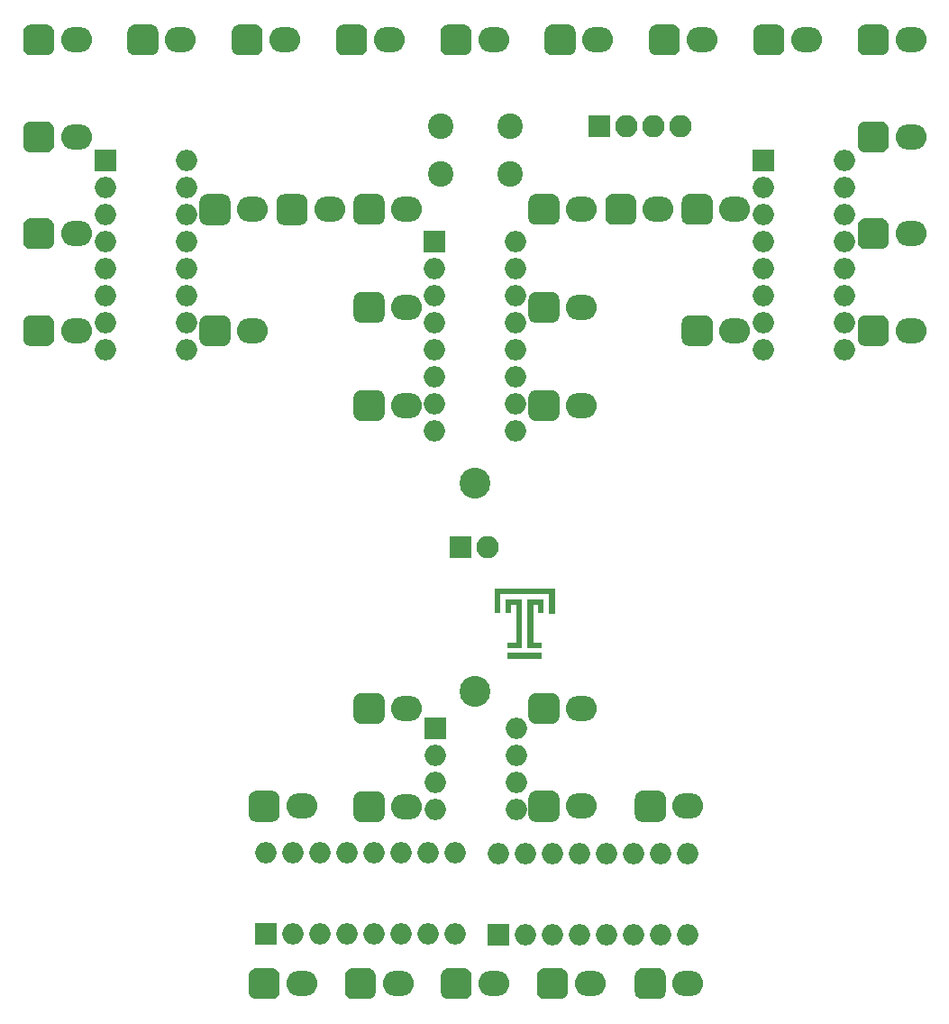
<source format=gbr>
G04 #@! TF.GenerationSoftware,KiCad,Pcbnew,(5.0.0)*
G04 #@! TF.CreationDate,2019-01-20T21:11:23-05:00*
G04 #@! TF.ProjectId,MiniTempleT,4D696E6954656D706C65542E6B696361,rev?*
G04 #@! TF.SameCoordinates,Original*
G04 #@! TF.FileFunction,Soldermask,Bot*
G04 #@! TF.FilePolarity,Negative*
%FSLAX46Y46*%
G04 Gerber Fmt 4.6, Leading zero omitted, Abs format (unit mm)*
G04 Created by KiCad (PCBNEW (5.0.0)) date 01/20/19 21:11:23*
%MOMM*%
%LPD*%
G01*
G04 APERTURE LIST*
%ADD10C,0.010000*%
%ADD11R,2.000000X2.000000*%
%ADD12O,2.000000X2.000000*%
%ADD13C,2.400000*%
%ADD14C,2.900000*%
%ADD15R,2.100000X2.100000*%
%ADD16O,2.100000X2.100000*%
%ADD17C,0.100000*%
%ADD18O,2.900000X2.400000*%
G04 APERTURE END LIST*
D10*
G04 #@! TO.C,G\002A\002A\002A*
G36*
X173031400Y-111685977D02*
X173253650Y-111678638D01*
X173475900Y-111671300D01*
X173489250Y-109880600D01*
X178111400Y-109880600D01*
X178111400Y-111709400D01*
X178594000Y-111709400D01*
X178594000Y-109423400D01*
X173031400Y-109423400D01*
X173031400Y-111685977D01*
X173031400Y-111685977D01*
G37*
X173031400Y-111685977D02*
X173253650Y-111678638D01*
X173475900Y-111671300D01*
X173489250Y-109880600D01*
X178111400Y-109880600D01*
X178111400Y-111709400D01*
X178594000Y-111709400D01*
X178594000Y-109423400D01*
X173031400Y-109423400D01*
X173031400Y-111685977D01*
G36*
X174022000Y-111684000D02*
X174504600Y-111684000D01*
X174504600Y-110922000D01*
X175038000Y-110922000D01*
X175038000Y-114503400D01*
X174637950Y-114503341D01*
X174237900Y-114503283D01*
X174246053Y-114731941D01*
X174254206Y-114960600D01*
X175520600Y-114960600D01*
X175520600Y-110439400D01*
X174022000Y-110439400D01*
X174022000Y-111684000D01*
X174022000Y-111684000D01*
G37*
X174022000Y-111684000D02*
X174504600Y-111684000D01*
X174504600Y-110922000D01*
X175038000Y-110922000D01*
X175038000Y-114503400D01*
X174637950Y-114503341D01*
X174237900Y-114503283D01*
X174246053Y-114731941D01*
X174254206Y-114960600D01*
X175520600Y-114960600D01*
X175520600Y-110439400D01*
X174022000Y-110439400D01*
X174022000Y-111684000D01*
G36*
X176079400Y-114960600D02*
X177349400Y-114960600D01*
X177349400Y-114503400D01*
X176955700Y-114503400D01*
X176797218Y-114502352D01*
X176684035Y-114498918D01*
X176610685Y-114492655D01*
X176571704Y-114483125D01*
X176561492Y-114471650D01*
X176561443Y-114443664D01*
X176561407Y-114369885D01*
X176561381Y-114255322D01*
X176561367Y-114104981D01*
X176561362Y-113923869D01*
X176561366Y-113716995D01*
X176561379Y-113489366D01*
X176561400Y-113245989D01*
X176561428Y-112991871D01*
X176561463Y-112732020D01*
X176561504Y-112471444D01*
X176561549Y-112215150D01*
X176561599Y-111968145D01*
X176561653Y-111735437D01*
X176561710Y-111522033D01*
X176561769Y-111332941D01*
X176561830Y-111173167D01*
X176561891Y-111047721D01*
X176561954Y-110961609D01*
X176561976Y-110941050D01*
X176585632Y-110933220D01*
X176649576Y-110926952D01*
X176743299Y-110922996D01*
X176828039Y-110922000D01*
X177094077Y-110922000D01*
X177101089Y-111309350D01*
X177108100Y-111696700D01*
X177336700Y-111694955D01*
X177565300Y-111693211D01*
X177565300Y-110452100D01*
X176079400Y-110438632D01*
X176079400Y-114960600D01*
X176079400Y-114960600D01*
G37*
X176079400Y-114960600D02*
X177349400Y-114960600D01*
X177349400Y-114503400D01*
X176955700Y-114503400D01*
X176797218Y-114502352D01*
X176684035Y-114498918D01*
X176610685Y-114492655D01*
X176571704Y-114483125D01*
X176561492Y-114471650D01*
X176561443Y-114443664D01*
X176561407Y-114369885D01*
X176561381Y-114255322D01*
X176561367Y-114104981D01*
X176561362Y-113923869D01*
X176561366Y-113716995D01*
X176561379Y-113489366D01*
X176561400Y-113245989D01*
X176561428Y-112991871D01*
X176561463Y-112732020D01*
X176561504Y-112471444D01*
X176561549Y-112215150D01*
X176561599Y-111968145D01*
X176561653Y-111735437D01*
X176561710Y-111522033D01*
X176561769Y-111332941D01*
X176561830Y-111173167D01*
X176561891Y-111047721D01*
X176561954Y-110961609D01*
X176561976Y-110941050D01*
X176585632Y-110933220D01*
X176649576Y-110926952D01*
X176743299Y-110922996D01*
X176828039Y-110922000D01*
X177094077Y-110922000D01*
X177101089Y-111309350D01*
X177108100Y-111696700D01*
X177336700Y-111694955D01*
X177565300Y-111693211D01*
X177565300Y-110452100D01*
X176079400Y-110438632D01*
X176079400Y-114960600D01*
G36*
X175797846Y-115500154D02*
X174246291Y-115506700D01*
X174242096Y-115728958D01*
X174237900Y-115951217D01*
X175793650Y-115951208D01*
X177349400Y-115951200D01*
X177349400Y-115493609D01*
X175797846Y-115500154D01*
X175797846Y-115500154D01*
G37*
X175797846Y-115500154D02*
X174246291Y-115506700D01*
X174242096Y-115728958D01*
X174237900Y-115951217D01*
X175793650Y-115951208D01*
X177349400Y-115951200D01*
X177349400Y-115493609D01*
X175797846Y-115500154D01*
G04 #@! TD*
D11*
G04 #@! TO.C,Tiny85*
X167450000Y-122618000D03*
D12*
X175070000Y-130238000D03*
X167450000Y-125158000D03*
X175070000Y-127698000D03*
X167450000Y-127698000D03*
X175070000Y-125158000D03*
X167450000Y-130238000D03*
X175070000Y-122618000D03*
G04 #@! TD*
D13*
G04 #@! TO.C,BTN1*
X167965000Y-70540000D03*
X167965000Y-66040000D03*
X174465000Y-70540000D03*
X174465000Y-66040000D03*
G04 #@! TD*
D14*
G04 #@! TO.C,Battery1*
X171196000Y-99569000D03*
X171196000Y-119069000D03*
G04 #@! TD*
D15*
G04 #@! TO.C,Power1*
X169799000Y-105537000D03*
D16*
X172339000Y-105537000D03*
G04 #@! TD*
D17*
G04 #@! TO.C,D1*
G36*
X130979062Y-83770491D02*
X131049440Y-83780931D01*
X131118456Y-83798218D01*
X131185445Y-83822187D01*
X131249763Y-83852607D01*
X131310788Y-83889185D01*
X131367935Y-83931567D01*
X131420652Y-83979348D01*
X131468433Y-84032065D01*
X131510815Y-84089212D01*
X131547393Y-84150237D01*
X131577813Y-84214555D01*
X131601782Y-84281544D01*
X131619069Y-84350560D01*
X131629509Y-84420938D01*
X131633000Y-84492000D01*
X131633000Y-85942000D01*
X131629509Y-86013062D01*
X131619069Y-86083440D01*
X131601782Y-86152456D01*
X131577813Y-86219445D01*
X131547393Y-86283763D01*
X131510815Y-86344788D01*
X131468433Y-86401935D01*
X131420652Y-86454652D01*
X131367935Y-86502433D01*
X131310788Y-86544815D01*
X131249763Y-86581393D01*
X131185445Y-86611813D01*
X131118456Y-86635782D01*
X131049440Y-86653069D01*
X130979062Y-86663509D01*
X130908000Y-86667000D01*
X129458000Y-86667000D01*
X129386938Y-86663509D01*
X129316560Y-86653069D01*
X129247544Y-86635782D01*
X129180555Y-86611813D01*
X129116237Y-86581393D01*
X129055212Y-86544815D01*
X128998065Y-86502433D01*
X128945348Y-86454652D01*
X128897567Y-86401935D01*
X128855185Y-86344788D01*
X128818607Y-86283763D01*
X128788187Y-86219445D01*
X128764218Y-86152456D01*
X128746931Y-86083440D01*
X128736491Y-86013062D01*
X128733000Y-85942000D01*
X128733000Y-84492000D01*
X128736491Y-84420938D01*
X128746931Y-84350560D01*
X128764218Y-84281544D01*
X128788187Y-84214555D01*
X128818607Y-84150237D01*
X128855185Y-84089212D01*
X128897567Y-84032065D01*
X128945348Y-83979348D01*
X128998065Y-83931567D01*
X129055212Y-83889185D01*
X129116237Y-83852607D01*
X129180555Y-83822187D01*
X129247544Y-83798218D01*
X129316560Y-83780931D01*
X129386938Y-83770491D01*
X129458000Y-83767000D01*
X130908000Y-83767000D01*
X130979062Y-83770491D01*
X130979062Y-83770491D01*
G37*
D14*
X130183000Y-85217000D03*
D18*
X133723000Y-85217000D03*
G04 #@! TD*
G04 #@! TO.C,D2*
X133723000Y-76117000D03*
D17*
G36*
X130979062Y-74670491D02*
X131049440Y-74680931D01*
X131118456Y-74698218D01*
X131185445Y-74722187D01*
X131249763Y-74752607D01*
X131310788Y-74789185D01*
X131367935Y-74831567D01*
X131420652Y-74879348D01*
X131468433Y-74932065D01*
X131510815Y-74989212D01*
X131547393Y-75050237D01*
X131577813Y-75114555D01*
X131601782Y-75181544D01*
X131619069Y-75250560D01*
X131629509Y-75320938D01*
X131633000Y-75392000D01*
X131633000Y-76842000D01*
X131629509Y-76913062D01*
X131619069Y-76983440D01*
X131601782Y-77052456D01*
X131577813Y-77119445D01*
X131547393Y-77183763D01*
X131510815Y-77244788D01*
X131468433Y-77301935D01*
X131420652Y-77354652D01*
X131367935Y-77402433D01*
X131310788Y-77444815D01*
X131249763Y-77481393D01*
X131185445Y-77511813D01*
X131118456Y-77535782D01*
X131049440Y-77553069D01*
X130979062Y-77563509D01*
X130908000Y-77567000D01*
X129458000Y-77567000D01*
X129386938Y-77563509D01*
X129316560Y-77553069D01*
X129247544Y-77535782D01*
X129180555Y-77511813D01*
X129116237Y-77481393D01*
X129055212Y-77444815D01*
X128998065Y-77402433D01*
X128945348Y-77354652D01*
X128897567Y-77301935D01*
X128855185Y-77244788D01*
X128818607Y-77183763D01*
X128788187Y-77119445D01*
X128764218Y-77052456D01*
X128746931Y-76983440D01*
X128736491Y-76913062D01*
X128733000Y-76842000D01*
X128733000Y-75392000D01*
X128736491Y-75320938D01*
X128746931Y-75250560D01*
X128764218Y-75181544D01*
X128788187Y-75114555D01*
X128818607Y-75050237D01*
X128855185Y-74989212D01*
X128897567Y-74932065D01*
X128945348Y-74879348D01*
X128998065Y-74831567D01*
X129055212Y-74789185D01*
X129116237Y-74752607D01*
X129180555Y-74722187D01*
X129247544Y-74698218D01*
X129316560Y-74680931D01*
X129386938Y-74670491D01*
X129458000Y-74667000D01*
X130908000Y-74667000D01*
X130979062Y-74670491D01*
X130979062Y-74670491D01*
G37*
D14*
X130183000Y-76117000D03*
G04 #@! TD*
D18*
G04 #@! TO.C,D3*
X133723000Y-67017000D03*
D17*
G36*
X130979062Y-65570491D02*
X131049440Y-65580931D01*
X131118456Y-65598218D01*
X131185445Y-65622187D01*
X131249763Y-65652607D01*
X131310788Y-65689185D01*
X131367935Y-65731567D01*
X131420652Y-65779348D01*
X131468433Y-65832065D01*
X131510815Y-65889212D01*
X131547393Y-65950237D01*
X131577813Y-66014555D01*
X131601782Y-66081544D01*
X131619069Y-66150560D01*
X131629509Y-66220938D01*
X131633000Y-66292000D01*
X131633000Y-67742000D01*
X131629509Y-67813062D01*
X131619069Y-67883440D01*
X131601782Y-67952456D01*
X131577813Y-68019445D01*
X131547393Y-68083763D01*
X131510815Y-68144788D01*
X131468433Y-68201935D01*
X131420652Y-68254652D01*
X131367935Y-68302433D01*
X131310788Y-68344815D01*
X131249763Y-68381393D01*
X131185445Y-68411813D01*
X131118456Y-68435782D01*
X131049440Y-68453069D01*
X130979062Y-68463509D01*
X130908000Y-68467000D01*
X129458000Y-68467000D01*
X129386938Y-68463509D01*
X129316560Y-68453069D01*
X129247544Y-68435782D01*
X129180555Y-68411813D01*
X129116237Y-68381393D01*
X129055212Y-68344815D01*
X128998065Y-68302433D01*
X128945348Y-68254652D01*
X128897567Y-68201935D01*
X128855185Y-68144788D01*
X128818607Y-68083763D01*
X128788187Y-68019445D01*
X128764218Y-67952456D01*
X128746931Y-67883440D01*
X128736491Y-67813062D01*
X128733000Y-67742000D01*
X128733000Y-66292000D01*
X128736491Y-66220938D01*
X128746931Y-66150560D01*
X128764218Y-66081544D01*
X128788187Y-66014555D01*
X128818607Y-65950237D01*
X128855185Y-65889212D01*
X128897567Y-65832065D01*
X128945348Y-65779348D01*
X128998065Y-65731567D01*
X129055212Y-65689185D01*
X129116237Y-65652607D01*
X129180555Y-65622187D01*
X129247544Y-65598218D01*
X129316560Y-65580931D01*
X129386938Y-65570491D01*
X129458000Y-65567000D01*
X130908000Y-65567000D01*
X130979062Y-65570491D01*
X130979062Y-65570491D01*
G37*
D14*
X130183000Y-67017000D03*
G04 #@! TD*
D18*
G04 #@! TO.C,D4*
X133723000Y-57917000D03*
D17*
G36*
X130979062Y-56470491D02*
X131049440Y-56480931D01*
X131118456Y-56498218D01*
X131185445Y-56522187D01*
X131249763Y-56552607D01*
X131310788Y-56589185D01*
X131367935Y-56631567D01*
X131420652Y-56679348D01*
X131468433Y-56732065D01*
X131510815Y-56789212D01*
X131547393Y-56850237D01*
X131577813Y-56914555D01*
X131601782Y-56981544D01*
X131619069Y-57050560D01*
X131629509Y-57120938D01*
X131633000Y-57192000D01*
X131633000Y-58642000D01*
X131629509Y-58713062D01*
X131619069Y-58783440D01*
X131601782Y-58852456D01*
X131577813Y-58919445D01*
X131547393Y-58983763D01*
X131510815Y-59044788D01*
X131468433Y-59101935D01*
X131420652Y-59154652D01*
X131367935Y-59202433D01*
X131310788Y-59244815D01*
X131249763Y-59281393D01*
X131185445Y-59311813D01*
X131118456Y-59335782D01*
X131049440Y-59353069D01*
X130979062Y-59363509D01*
X130908000Y-59367000D01*
X129458000Y-59367000D01*
X129386938Y-59363509D01*
X129316560Y-59353069D01*
X129247544Y-59335782D01*
X129180555Y-59311813D01*
X129116237Y-59281393D01*
X129055212Y-59244815D01*
X128998065Y-59202433D01*
X128945348Y-59154652D01*
X128897567Y-59101935D01*
X128855185Y-59044788D01*
X128818607Y-58983763D01*
X128788187Y-58919445D01*
X128764218Y-58852456D01*
X128746931Y-58783440D01*
X128736491Y-58713062D01*
X128733000Y-58642000D01*
X128733000Y-57192000D01*
X128736491Y-57120938D01*
X128746931Y-57050560D01*
X128764218Y-56981544D01*
X128788187Y-56914555D01*
X128818607Y-56850237D01*
X128855185Y-56789212D01*
X128897567Y-56732065D01*
X128945348Y-56679348D01*
X128998065Y-56631567D01*
X129055212Y-56589185D01*
X129116237Y-56552607D01*
X129180555Y-56522187D01*
X129247544Y-56498218D01*
X129316560Y-56480931D01*
X129386938Y-56470491D01*
X129458000Y-56467000D01*
X130908000Y-56467000D01*
X130979062Y-56470491D01*
X130979062Y-56470491D01*
G37*
D14*
X130183000Y-57917000D03*
G04 #@! TD*
D17*
G04 #@! TO.C,D5*
G36*
X140779062Y-56470491D02*
X140849440Y-56480931D01*
X140918456Y-56498218D01*
X140985445Y-56522187D01*
X141049763Y-56552607D01*
X141110788Y-56589185D01*
X141167935Y-56631567D01*
X141220652Y-56679348D01*
X141268433Y-56732065D01*
X141310815Y-56789212D01*
X141347393Y-56850237D01*
X141377813Y-56914555D01*
X141401782Y-56981544D01*
X141419069Y-57050560D01*
X141429509Y-57120938D01*
X141433000Y-57192000D01*
X141433000Y-58642000D01*
X141429509Y-58713062D01*
X141419069Y-58783440D01*
X141401782Y-58852456D01*
X141377813Y-58919445D01*
X141347393Y-58983763D01*
X141310815Y-59044788D01*
X141268433Y-59101935D01*
X141220652Y-59154652D01*
X141167935Y-59202433D01*
X141110788Y-59244815D01*
X141049763Y-59281393D01*
X140985445Y-59311813D01*
X140918456Y-59335782D01*
X140849440Y-59353069D01*
X140779062Y-59363509D01*
X140708000Y-59367000D01*
X139258000Y-59367000D01*
X139186938Y-59363509D01*
X139116560Y-59353069D01*
X139047544Y-59335782D01*
X138980555Y-59311813D01*
X138916237Y-59281393D01*
X138855212Y-59244815D01*
X138798065Y-59202433D01*
X138745348Y-59154652D01*
X138697567Y-59101935D01*
X138655185Y-59044788D01*
X138618607Y-58983763D01*
X138588187Y-58919445D01*
X138564218Y-58852456D01*
X138546931Y-58783440D01*
X138536491Y-58713062D01*
X138533000Y-58642000D01*
X138533000Y-57192000D01*
X138536491Y-57120938D01*
X138546931Y-57050560D01*
X138564218Y-56981544D01*
X138588187Y-56914555D01*
X138618607Y-56850237D01*
X138655185Y-56789212D01*
X138697567Y-56732065D01*
X138745348Y-56679348D01*
X138798065Y-56631567D01*
X138855212Y-56589185D01*
X138916237Y-56552607D01*
X138980555Y-56522187D01*
X139047544Y-56498218D01*
X139116560Y-56480931D01*
X139186938Y-56470491D01*
X139258000Y-56467000D01*
X140708000Y-56467000D01*
X140779062Y-56470491D01*
X140779062Y-56470491D01*
G37*
D14*
X139983000Y-57917000D03*
D18*
X143523000Y-57917000D03*
G04 #@! TD*
G04 #@! TO.C,D6*
X153323000Y-57917000D03*
D17*
G36*
X150579062Y-56470491D02*
X150649440Y-56480931D01*
X150718456Y-56498218D01*
X150785445Y-56522187D01*
X150849763Y-56552607D01*
X150910788Y-56589185D01*
X150967935Y-56631567D01*
X151020652Y-56679348D01*
X151068433Y-56732065D01*
X151110815Y-56789212D01*
X151147393Y-56850237D01*
X151177813Y-56914555D01*
X151201782Y-56981544D01*
X151219069Y-57050560D01*
X151229509Y-57120938D01*
X151233000Y-57192000D01*
X151233000Y-58642000D01*
X151229509Y-58713062D01*
X151219069Y-58783440D01*
X151201782Y-58852456D01*
X151177813Y-58919445D01*
X151147393Y-58983763D01*
X151110815Y-59044788D01*
X151068433Y-59101935D01*
X151020652Y-59154652D01*
X150967935Y-59202433D01*
X150910788Y-59244815D01*
X150849763Y-59281393D01*
X150785445Y-59311813D01*
X150718456Y-59335782D01*
X150649440Y-59353069D01*
X150579062Y-59363509D01*
X150508000Y-59367000D01*
X149058000Y-59367000D01*
X148986938Y-59363509D01*
X148916560Y-59353069D01*
X148847544Y-59335782D01*
X148780555Y-59311813D01*
X148716237Y-59281393D01*
X148655212Y-59244815D01*
X148598065Y-59202433D01*
X148545348Y-59154652D01*
X148497567Y-59101935D01*
X148455185Y-59044788D01*
X148418607Y-58983763D01*
X148388187Y-58919445D01*
X148364218Y-58852456D01*
X148346931Y-58783440D01*
X148336491Y-58713062D01*
X148333000Y-58642000D01*
X148333000Y-57192000D01*
X148336491Y-57120938D01*
X148346931Y-57050560D01*
X148364218Y-56981544D01*
X148388187Y-56914555D01*
X148418607Y-56850237D01*
X148455185Y-56789212D01*
X148497567Y-56732065D01*
X148545348Y-56679348D01*
X148598065Y-56631567D01*
X148655212Y-56589185D01*
X148716237Y-56552607D01*
X148780555Y-56522187D01*
X148847544Y-56498218D01*
X148916560Y-56480931D01*
X148986938Y-56470491D01*
X149058000Y-56467000D01*
X150508000Y-56467000D01*
X150579062Y-56470491D01*
X150579062Y-56470491D01*
G37*
D14*
X149783000Y-57917000D03*
G04 #@! TD*
D17*
G04 #@! TO.C,D7*
G36*
X160379062Y-56470491D02*
X160449440Y-56480931D01*
X160518456Y-56498218D01*
X160585445Y-56522187D01*
X160649763Y-56552607D01*
X160710788Y-56589185D01*
X160767935Y-56631567D01*
X160820652Y-56679348D01*
X160868433Y-56732065D01*
X160910815Y-56789212D01*
X160947393Y-56850237D01*
X160977813Y-56914555D01*
X161001782Y-56981544D01*
X161019069Y-57050560D01*
X161029509Y-57120938D01*
X161033000Y-57192000D01*
X161033000Y-58642000D01*
X161029509Y-58713062D01*
X161019069Y-58783440D01*
X161001782Y-58852456D01*
X160977813Y-58919445D01*
X160947393Y-58983763D01*
X160910815Y-59044788D01*
X160868433Y-59101935D01*
X160820652Y-59154652D01*
X160767935Y-59202433D01*
X160710788Y-59244815D01*
X160649763Y-59281393D01*
X160585445Y-59311813D01*
X160518456Y-59335782D01*
X160449440Y-59353069D01*
X160379062Y-59363509D01*
X160308000Y-59367000D01*
X158858000Y-59367000D01*
X158786938Y-59363509D01*
X158716560Y-59353069D01*
X158647544Y-59335782D01*
X158580555Y-59311813D01*
X158516237Y-59281393D01*
X158455212Y-59244815D01*
X158398065Y-59202433D01*
X158345348Y-59154652D01*
X158297567Y-59101935D01*
X158255185Y-59044788D01*
X158218607Y-58983763D01*
X158188187Y-58919445D01*
X158164218Y-58852456D01*
X158146931Y-58783440D01*
X158136491Y-58713062D01*
X158133000Y-58642000D01*
X158133000Y-57192000D01*
X158136491Y-57120938D01*
X158146931Y-57050560D01*
X158164218Y-56981544D01*
X158188187Y-56914555D01*
X158218607Y-56850237D01*
X158255185Y-56789212D01*
X158297567Y-56732065D01*
X158345348Y-56679348D01*
X158398065Y-56631567D01*
X158455212Y-56589185D01*
X158516237Y-56552607D01*
X158580555Y-56522187D01*
X158647544Y-56498218D01*
X158716560Y-56480931D01*
X158786938Y-56470491D01*
X158858000Y-56467000D01*
X160308000Y-56467000D01*
X160379062Y-56470491D01*
X160379062Y-56470491D01*
G37*
D14*
X159583000Y-57917000D03*
D18*
X163123000Y-57917000D03*
G04 #@! TD*
D17*
G04 #@! TO.C,D8*
G36*
X170179062Y-56470491D02*
X170249440Y-56480931D01*
X170318456Y-56498218D01*
X170385445Y-56522187D01*
X170449763Y-56552607D01*
X170510788Y-56589185D01*
X170567935Y-56631567D01*
X170620652Y-56679348D01*
X170668433Y-56732065D01*
X170710815Y-56789212D01*
X170747393Y-56850237D01*
X170777813Y-56914555D01*
X170801782Y-56981544D01*
X170819069Y-57050560D01*
X170829509Y-57120938D01*
X170833000Y-57192000D01*
X170833000Y-58642000D01*
X170829509Y-58713062D01*
X170819069Y-58783440D01*
X170801782Y-58852456D01*
X170777813Y-58919445D01*
X170747393Y-58983763D01*
X170710815Y-59044788D01*
X170668433Y-59101935D01*
X170620652Y-59154652D01*
X170567935Y-59202433D01*
X170510788Y-59244815D01*
X170449763Y-59281393D01*
X170385445Y-59311813D01*
X170318456Y-59335782D01*
X170249440Y-59353069D01*
X170179062Y-59363509D01*
X170108000Y-59367000D01*
X168658000Y-59367000D01*
X168586938Y-59363509D01*
X168516560Y-59353069D01*
X168447544Y-59335782D01*
X168380555Y-59311813D01*
X168316237Y-59281393D01*
X168255212Y-59244815D01*
X168198065Y-59202433D01*
X168145348Y-59154652D01*
X168097567Y-59101935D01*
X168055185Y-59044788D01*
X168018607Y-58983763D01*
X167988187Y-58919445D01*
X167964218Y-58852456D01*
X167946931Y-58783440D01*
X167936491Y-58713062D01*
X167933000Y-58642000D01*
X167933000Y-57192000D01*
X167936491Y-57120938D01*
X167946931Y-57050560D01*
X167964218Y-56981544D01*
X167988187Y-56914555D01*
X168018607Y-56850237D01*
X168055185Y-56789212D01*
X168097567Y-56732065D01*
X168145348Y-56679348D01*
X168198065Y-56631567D01*
X168255212Y-56589185D01*
X168316237Y-56552607D01*
X168380555Y-56522187D01*
X168447544Y-56498218D01*
X168516560Y-56480931D01*
X168586938Y-56470491D01*
X168658000Y-56467000D01*
X170108000Y-56467000D01*
X170179062Y-56470491D01*
X170179062Y-56470491D01*
G37*
D14*
X169383000Y-57917000D03*
D18*
X172923000Y-57917000D03*
G04 #@! TD*
G04 #@! TO.C,D9*
X182723000Y-57917000D03*
D17*
G36*
X179979062Y-56470491D02*
X180049440Y-56480931D01*
X180118456Y-56498218D01*
X180185445Y-56522187D01*
X180249763Y-56552607D01*
X180310788Y-56589185D01*
X180367935Y-56631567D01*
X180420652Y-56679348D01*
X180468433Y-56732065D01*
X180510815Y-56789212D01*
X180547393Y-56850237D01*
X180577813Y-56914555D01*
X180601782Y-56981544D01*
X180619069Y-57050560D01*
X180629509Y-57120938D01*
X180633000Y-57192000D01*
X180633000Y-58642000D01*
X180629509Y-58713062D01*
X180619069Y-58783440D01*
X180601782Y-58852456D01*
X180577813Y-58919445D01*
X180547393Y-58983763D01*
X180510815Y-59044788D01*
X180468433Y-59101935D01*
X180420652Y-59154652D01*
X180367935Y-59202433D01*
X180310788Y-59244815D01*
X180249763Y-59281393D01*
X180185445Y-59311813D01*
X180118456Y-59335782D01*
X180049440Y-59353069D01*
X179979062Y-59363509D01*
X179908000Y-59367000D01*
X178458000Y-59367000D01*
X178386938Y-59363509D01*
X178316560Y-59353069D01*
X178247544Y-59335782D01*
X178180555Y-59311813D01*
X178116237Y-59281393D01*
X178055212Y-59244815D01*
X177998065Y-59202433D01*
X177945348Y-59154652D01*
X177897567Y-59101935D01*
X177855185Y-59044788D01*
X177818607Y-58983763D01*
X177788187Y-58919445D01*
X177764218Y-58852456D01*
X177746931Y-58783440D01*
X177736491Y-58713062D01*
X177733000Y-58642000D01*
X177733000Y-57192000D01*
X177736491Y-57120938D01*
X177746931Y-57050560D01*
X177764218Y-56981544D01*
X177788187Y-56914555D01*
X177818607Y-56850237D01*
X177855185Y-56789212D01*
X177897567Y-56732065D01*
X177945348Y-56679348D01*
X177998065Y-56631567D01*
X178055212Y-56589185D01*
X178116237Y-56552607D01*
X178180555Y-56522187D01*
X178247544Y-56498218D01*
X178316560Y-56480931D01*
X178386938Y-56470491D01*
X178458000Y-56467000D01*
X179908000Y-56467000D01*
X179979062Y-56470491D01*
X179979062Y-56470491D01*
G37*
D14*
X179183000Y-57917000D03*
G04 #@! TD*
D18*
G04 #@! TO.C,D10*
X192523000Y-57917000D03*
D17*
G36*
X189779062Y-56470491D02*
X189849440Y-56480931D01*
X189918456Y-56498218D01*
X189985445Y-56522187D01*
X190049763Y-56552607D01*
X190110788Y-56589185D01*
X190167935Y-56631567D01*
X190220652Y-56679348D01*
X190268433Y-56732065D01*
X190310815Y-56789212D01*
X190347393Y-56850237D01*
X190377813Y-56914555D01*
X190401782Y-56981544D01*
X190419069Y-57050560D01*
X190429509Y-57120938D01*
X190433000Y-57192000D01*
X190433000Y-58642000D01*
X190429509Y-58713062D01*
X190419069Y-58783440D01*
X190401782Y-58852456D01*
X190377813Y-58919445D01*
X190347393Y-58983763D01*
X190310815Y-59044788D01*
X190268433Y-59101935D01*
X190220652Y-59154652D01*
X190167935Y-59202433D01*
X190110788Y-59244815D01*
X190049763Y-59281393D01*
X189985445Y-59311813D01*
X189918456Y-59335782D01*
X189849440Y-59353069D01*
X189779062Y-59363509D01*
X189708000Y-59367000D01*
X188258000Y-59367000D01*
X188186938Y-59363509D01*
X188116560Y-59353069D01*
X188047544Y-59335782D01*
X187980555Y-59311813D01*
X187916237Y-59281393D01*
X187855212Y-59244815D01*
X187798065Y-59202433D01*
X187745348Y-59154652D01*
X187697567Y-59101935D01*
X187655185Y-59044788D01*
X187618607Y-58983763D01*
X187588187Y-58919445D01*
X187564218Y-58852456D01*
X187546931Y-58783440D01*
X187536491Y-58713062D01*
X187533000Y-58642000D01*
X187533000Y-57192000D01*
X187536491Y-57120938D01*
X187546931Y-57050560D01*
X187564218Y-56981544D01*
X187588187Y-56914555D01*
X187618607Y-56850237D01*
X187655185Y-56789212D01*
X187697567Y-56732065D01*
X187745348Y-56679348D01*
X187798065Y-56631567D01*
X187855212Y-56589185D01*
X187916237Y-56552607D01*
X187980555Y-56522187D01*
X188047544Y-56498218D01*
X188116560Y-56480931D01*
X188186938Y-56470491D01*
X188258000Y-56467000D01*
X189708000Y-56467000D01*
X189779062Y-56470491D01*
X189779062Y-56470491D01*
G37*
D14*
X188983000Y-57917000D03*
G04 #@! TD*
D17*
G04 #@! TO.C,D11*
G36*
X199579062Y-56470491D02*
X199649440Y-56480931D01*
X199718456Y-56498218D01*
X199785445Y-56522187D01*
X199849763Y-56552607D01*
X199910788Y-56589185D01*
X199967935Y-56631567D01*
X200020652Y-56679348D01*
X200068433Y-56732065D01*
X200110815Y-56789212D01*
X200147393Y-56850237D01*
X200177813Y-56914555D01*
X200201782Y-56981544D01*
X200219069Y-57050560D01*
X200229509Y-57120938D01*
X200233000Y-57192000D01*
X200233000Y-58642000D01*
X200229509Y-58713062D01*
X200219069Y-58783440D01*
X200201782Y-58852456D01*
X200177813Y-58919445D01*
X200147393Y-58983763D01*
X200110815Y-59044788D01*
X200068433Y-59101935D01*
X200020652Y-59154652D01*
X199967935Y-59202433D01*
X199910788Y-59244815D01*
X199849763Y-59281393D01*
X199785445Y-59311813D01*
X199718456Y-59335782D01*
X199649440Y-59353069D01*
X199579062Y-59363509D01*
X199508000Y-59367000D01*
X198058000Y-59367000D01*
X197986938Y-59363509D01*
X197916560Y-59353069D01*
X197847544Y-59335782D01*
X197780555Y-59311813D01*
X197716237Y-59281393D01*
X197655212Y-59244815D01*
X197598065Y-59202433D01*
X197545348Y-59154652D01*
X197497567Y-59101935D01*
X197455185Y-59044788D01*
X197418607Y-58983763D01*
X197388187Y-58919445D01*
X197364218Y-58852456D01*
X197346931Y-58783440D01*
X197336491Y-58713062D01*
X197333000Y-58642000D01*
X197333000Y-57192000D01*
X197336491Y-57120938D01*
X197346931Y-57050560D01*
X197364218Y-56981544D01*
X197388187Y-56914555D01*
X197418607Y-56850237D01*
X197455185Y-56789212D01*
X197497567Y-56732065D01*
X197545348Y-56679348D01*
X197598065Y-56631567D01*
X197655212Y-56589185D01*
X197716237Y-56552607D01*
X197780555Y-56522187D01*
X197847544Y-56498218D01*
X197916560Y-56480931D01*
X197986938Y-56470491D01*
X198058000Y-56467000D01*
X199508000Y-56467000D01*
X199579062Y-56470491D01*
X199579062Y-56470491D01*
G37*
D14*
X198783000Y-57917000D03*
D18*
X202323000Y-57917000D03*
G04 #@! TD*
G04 #@! TO.C,D12*
X212123000Y-57917000D03*
D17*
G36*
X209379062Y-56470491D02*
X209449440Y-56480931D01*
X209518456Y-56498218D01*
X209585445Y-56522187D01*
X209649763Y-56552607D01*
X209710788Y-56589185D01*
X209767935Y-56631567D01*
X209820652Y-56679348D01*
X209868433Y-56732065D01*
X209910815Y-56789212D01*
X209947393Y-56850237D01*
X209977813Y-56914555D01*
X210001782Y-56981544D01*
X210019069Y-57050560D01*
X210029509Y-57120938D01*
X210033000Y-57192000D01*
X210033000Y-58642000D01*
X210029509Y-58713062D01*
X210019069Y-58783440D01*
X210001782Y-58852456D01*
X209977813Y-58919445D01*
X209947393Y-58983763D01*
X209910815Y-59044788D01*
X209868433Y-59101935D01*
X209820652Y-59154652D01*
X209767935Y-59202433D01*
X209710788Y-59244815D01*
X209649763Y-59281393D01*
X209585445Y-59311813D01*
X209518456Y-59335782D01*
X209449440Y-59353069D01*
X209379062Y-59363509D01*
X209308000Y-59367000D01*
X207858000Y-59367000D01*
X207786938Y-59363509D01*
X207716560Y-59353069D01*
X207647544Y-59335782D01*
X207580555Y-59311813D01*
X207516237Y-59281393D01*
X207455212Y-59244815D01*
X207398065Y-59202433D01*
X207345348Y-59154652D01*
X207297567Y-59101935D01*
X207255185Y-59044788D01*
X207218607Y-58983763D01*
X207188187Y-58919445D01*
X207164218Y-58852456D01*
X207146931Y-58783440D01*
X207136491Y-58713062D01*
X207133000Y-58642000D01*
X207133000Y-57192000D01*
X207136491Y-57120938D01*
X207146931Y-57050560D01*
X207164218Y-56981544D01*
X207188187Y-56914555D01*
X207218607Y-56850237D01*
X207255185Y-56789212D01*
X207297567Y-56732065D01*
X207345348Y-56679348D01*
X207398065Y-56631567D01*
X207455212Y-56589185D01*
X207516237Y-56552607D01*
X207580555Y-56522187D01*
X207647544Y-56498218D01*
X207716560Y-56480931D01*
X207786938Y-56470491D01*
X207858000Y-56467000D01*
X209308000Y-56467000D01*
X209379062Y-56470491D01*
X209379062Y-56470491D01*
G37*
D14*
X208583000Y-57917000D03*
G04 #@! TD*
D17*
G04 #@! TO.C,D13*
G36*
X209379062Y-65570491D02*
X209449440Y-65580931D01*
X209518456Y-65598218D01*
X209585445Y-65622187D01*
X209649763Y-65652607D01*
X209710788Y-65689185D01*
X209767935Y-65731567D01*
X209820652Y-65779348D01*
X209868433Y-65832065D01*
X209910815Y-65889212D01*
X209947393Y-65950237D01*
X209977813Y-66014555D01*
X210001782Y-66081544D01*
X210019069Y-66150560D01*
X210029509Y-66220938D01*
X210033000Y-66292000D01*
X210033000Y-67742000D01*
X210029509Y-67813062D01*
X210019069Y-67883440D01*
X210001782Y-67952456D01*
X209977813Y-68019445D01*
X209947393Y-68083763D01*
X209910815Y-68144788D01*
X209868433Y-68201935D01*
X209820652Y-68254652D01*
X209767935Y-68302433D01*
X209710788Y-68344815D01*
X209649763Y-68381393D01*
X209585445Y-68411813D01*
X209518456Y-68435782D01*
X209449440Y-68453069D01*
X209379062Y-68463509D01*
X209308000Y-68467000D01*
X207858000Y-68467000D01*
X207786938Y-68463509D01*
X207716560Y-68453069D01*
X207647544Y-68435782D01*
X207580555Y-68411813D01*
X207516237Y-68381393D01*
X207455212Y-68344815D01*
X207398065Y-68302433D01*
X207345348Y-68254652D01*
X207297567Y-68201935D01*
X207255185Y-68144788D01*
X207218607Y-68083763D01*
X207188187Y-68019445D01*
X207164218Y-67952456D01*
X207146931Y-67883440D01*
X207136491Y-67813062D01*
X207133000Y-67742000D01*
X207133000Y-66292000D01*
X207136491Y-66220938D01*
X207146931Y-66150560D01*
X207164218Y-66081544D01*
X207188187Y-66014555D01*
X207218607Y-65950237D01*
X207255185Y-65889212D01*
X207297567Y-65832065D01*
X207345348Y-65779348D01*
X207398065Y-65731567D01*
X207455212Y-65689185D01*
X207516237Y-65652607D01*
X207580555Y-65622187D01*
X207647544Y-65598218D01*
X207716560Y-65580931D01*
X207786938Y-65570491D01*
X207858000Y-65567000D01*
X209308000Y-65567000D01*
X209379062Y-65570491D01*
X209379062Y-65570491D01*
G37*
D14*
X208583000Y-67017000D03*
D18*
X212123000Y-67017000D03*
G04 #@! TD*
G04 #@! TO.C,D14*
X212123000Y-76117000D03*
D17*
G36*
X209379062Y-74670491D02*
X209449440Y-74680931D01*
X209518456Y-74698218D01*
X209585445Y-74722187D01*
X209649763Y-74752607D01*
X209710788Y-74789185D01*
X209767935Y-74831567D01*
X209820652Y-74879348D01*
X209868433Y-74932065D01*
X209910815Y-74989212D01*
X209947393Y-75050237D01*
X209977813Y-75114555D01*
X210001782Y-75181544D01*
X210019069Y-75250560D01*
X210029509Y-75320938D01*
X210033000Y-75392000D01*
X210033000Y-76842000D01*
X210029509Y-76913062D01*
X210019069Y-76983440D01*
X210001782Y-77052456D01*
X209977813Y-77119445D01*
X209947393Y-77183763D01*
X209910815Y-77244788D01*
X209868433Y-77301935D01*
X209820652Y-77354652D01*
X209767935Y-77402433D01*
X209710788Y-77444815D01*
X209649763Y-77481393D01*
X209585445Y-77511813D01*
X209518456Y-77535782D01*
X209449440Y-77553069D01*
X209379062Y-77563509D01*
X209308000Y-77567000D01*
X207858000Y-77567000D01*
X207786938Y-77563509D01*
X207716560Y-77553069D01*
X207647544Y-77535782D01*
X207580555Y-77511813D01*
X207516237Y-77481393D01*
X207455212Y-77444815D01*
X207398065Y-77402433D01*
X207345348Y-77354652D01*
X207297567Y-77301935D01*
X207255185Y-77244788D01*
X207218607Y-77183763D01*
X207188187Y-77119445D01*
X207164218Y-77052456D01*
X207146931Y-76983440D01*
X207136491Y-76913062D01*
X207133000Y-76842000D01*
X207133000Y-75392000D01*
X207136491Y-75320938D01*
X207146931Y-75250560D01*
X207164218Y-75181544D01*
X207188187Y-75114555D01*
X207218607Y-75050237D01*
X207255185Y-74989212D01*
X207297567Y-74932065D01*
X207345348Y-74879348D01*
X207398065Y-74831567D01*
X207455212Y-74789185D01*
X207516237Y-74752607D01*
X207580555Y-74722187D01*
X207647544Y-74698218D01*
X207716560Y-74680931D01*
X207786938Y-74670491D01*
X207858000Y-74667000D01*
X209308000Y-74667000D01*
X209379062Y-74670491D01*
X209379062Y-74670491D01*
G37*
D14*
X208583000Y-76117000D03*
G04 #@! TD*
D17*
G04 #@! TO.C,D15*
G36*
X209379062Y-83770491D02*
X209449440Y-83780931D01*
X209518456Y-83798218D01*
X209585445Y-83822187D01*
X209649763Y-83852607D01*
X209710788Y-83889185D01*
X209767935Y-83931567D01*
X209820652Y-83979348D01*
X209868433Y-84032065D01*
X209910815Y-84089212D01*
X209947393Y-84150237D01*
X209977813Y-84214555D01*
X210001782Y-84281544D01*
X210019069Y-84350560D01*
X210029509Y-84420938D01*
X210033000Y-84492000D01*
X210033000Y-85942000D01*
X210029509Y-86013062D01*
X210019069Y-86083440D01*
X210001782Y-86152456D01*
X209977813Y-86219445D01*
X209947393Y-86283763D01*
X209910815Y-86344788D01*
X209868433Y-86401935D01*
X209820652Y-86454652D01*
X209767935Y-86502433D01*
X209710788Y-86544815D01*
X209649763Y-86581393D01*
X209585445Y-86611813D01*
X209518456Y-86635782D01*
X209449440Y-86653069D01*
X209379062Y-86663509D01*
X209308000Y-86667000D01*
X207858000Y-86667000D01*
X207786938Y-86663509D01*
X207716560Y-86653069D01*
X207647544Y-86635782D01*
X207580555Y-86611813D01*
X207516237Y-86581393D01*
X207455212Y-86544815D01*
X207398065Y-86502433D01*
X207345348Y-86454652D01*
X207297567Y-86401935D01*
X207255185Y-86344788D01*
X207218607Y-86283763D01*
X207188187Y-86219445D01*
X207164218Y-86152456D01*
X207146931Y-86083440D01*
X207136491Y-86013062D01*
X207133000Y-85942000D01*
X207133000Y-84492000D01*
X207136491Y-84420938D01*
X207146931Y-84350560D01*
X207164218Y-84281544D01*
X207188187Y-84214555D01*
X207218607Y-84150237D01*
X207255185Y-84089212D01*
X207297567Y-84032065D01*
X207345348Y-83979348D01*
X207398065Y-83931567D01*
X207455212Y-83889185D01*
X207516237Y-83852607D01*
X207580555Y-83822187D01*
X207647544Y-83798218D01*
X207716560Y-83780931D01*
X207786938Y-83770491D01*
X207858000Y-83767000D01*
X209308000Y-83767000D01*
X209379062Y-83770491D01*
X209379062Y-83770491D01*
G37*
D14*
X208583000Y-85217000D03*
D18*
X212123000Y-85217000D03*
G04 #@! TD*
G04 #@! TO.C,D16*
X195597000Y-85217000D03*
D17*
G36*
X192853062Y-83770491D02*
X192923440Y-83780931D01*
X192992456Y-83798218D01*
X193059445Y-83822187D01*
X193123763Y-83852607D01*
X193184788Y-83889185D01*
X193241935Y-83931567D01*
X193294652Y-83979348D01*
X193342433Y-84032065D01*
X193384815Y-84089212D01*
X193421393Y-84150237D01*
X193451813Y-84214555D01*
X193475782Y-84281544D01*
X193493069Y-84350560D01*
X193503509Y-84420938D01*
X193507000Y-84492000D01*
X193507000Y-85942000D01*
X193503509Y-86013062D01*
X193493069Y-86083440D01*
X193475782Y-86152456D01*
X193451813Y-86219445D01*
X193421393Y-86283763D01*
X193384815Y-86344788D01*
X193342433Y-86401935D01*
X193294652Y-86454652D01*
X193241935Y-86502433D01*
X193184788Y-86544815D01*
X193123763Y-86581393D01*
X193059445Y-86611813D01*
X192992456Y-86635782D01*
X192923440Y-86653069D01*
X192853062Y-86663509D01*
X192782000Y-86667000D01*
X191332000Y-86667000D01*
X191260938Y-86663509D01*
X191190560Y-86653069D01*
X191121544Y-86635782D01*
X191054555Y-86611813D01*
X190990237Y-86581393D01*
X190929212Y-86544815D01*
X190872065Y-86502433D01*
X190819348Y-86454652D01*
X190771567Y-86401935D01*
X190729185Y-86344788D01*
X190692607Y-86283763D01*
X190662187Y-86219445D01*
X190638218Y-86152456D01*
X190620931Y-86083440D01*
X190610491Y-86013062D01*
X190607000Y-85942000D01*
X190607000Y-84492000D01*
X190610491Y-84420938D01*
X190620931Y-84350560D01*
X190638218Y-84281544D01*
X190662187Y-84214555D01*
X190692607Y-84150237D01*
X190729185Y-84089212D01*
X190771567Y-84032065D01*
X190819348Y-83979348D01*
X190872065Y-83931567D01*
X190929212Y-83889185D01*
X190990237Y-83852607D01*
X191054555Y-83822187D01*
X191121544Y-83798218D01*
X191190560Y-83780931D01*
X191260938Y-83770491D01*
X191332000Y-83767000D01*
X192782000Y-83767000D01*
X192853062Y-83770491D01*
X192853062Y-83770491D01*
G37*
D14*
X192057000Y-85217000D03*
G04 #@! TD*
D18*
G04 #@! TO.C,D17*
X195597000Y-73837800D03*
D17*
G36*
X192853062Y-72391291D02*
X192923440Y-72401731D01*
X192992456Y-72419018D01*
X193059445Y-72442987D01*
X193123763Y-72473407D01*
X193184788Y-72509985D01*
X193241935Y-72552367D01*
X193294652Y-72600148D01*
X193342433Y-72652865D01*
X193384815Y-72710012D01*
X193421393Y-72771037D01*
X193451813Y-72835355D01*
X193475782Y-72902344D01*
X193493069Y-72971360D01*
X193503509Y-73041738D01*
X193507000Y-73112800D01*
X193507000Y-74562800D01*
X193503509Y-74633862D01*
X193493069Y-74704240D01*
X193475782Y-74773256D01*
X193451813Y-74840245D01*
X193421393Y-74904563D01*
X193384815Y-74965588D01*
X193342433Y-75022735D01*
X193294652Y-75075452D01*
X193241935Y-75123233D01*
X193184788Y-75165615D01*
X193123763Y-75202193D01*
X193059445Y-75232613D01*
X192992456Y-75256582D01*
X192923440Y-75273869D01*
X192853062Y-75284309D01*
X192782000Y-75287800D01*
X191332000Y-75287800D01*
X191260938Y-75284309D01*
X191190560Y-75273869D01*
X191121544Y-75256582D01*
X191054555Y-75232613D01*
X190990237Y-75202193D01*
X190929212Y-75165615D01*
X190872065Y-75123233D01*
X190819348Y-75075452D01*
X190771567Y-75022735D01*
X190729185Y-74965588D01*
X190692607Y-74904563D01*
X190662187Y-74840245D01*
X190638218Y-74773256D01*
X190620931Y-74704240D01*
X190610491Y-74633862D01*
X190607000Y-74562800D01*
X190607000Y-73112800D01*
X190610491Y-73041738D01*
X190620931Y-72971360D01*
X190638218Y-72902344D01*
X190662187Y-72835355D01*
X190692607Y-72771037D01*
X190729185Y-72710012D01*
X190771567Y-72652865D01*
X190819348Y-72600148D01*
X190872065Y-72552367D01*
X190929212Y-72509985D01*
X190990237Y-72473407D01*
X191054555Y-72442987D01*
X191121544Y-72419018D01*
X191190560Y-72401731D01*
X191260938Y-72391291D01*
X191332000Y-72387800D01*
X192782000Y-72387800D01*
X192853062Y-72391291D01*
X192853062Y-72391291D01*
G37*
D14*
X192057000Y-73837800D03*
G04 #@! TD*
D17*
G04 #@! TO.C,D18*
G36*
X185665062Y-72391291D02*
X185735440Y-72401731D01*
X185804456Y-72419018D01*
X185871445Y-72442987D01*
X185935763Y-72473407D01*
X185996788Y-72509985D01*
X186053935Y-72552367D01*
X186106652Y-72600148D01*
X186154433Y-72652865D01*
X186196815Y-72710012D01*
X186233393Y-72771037D01*
X186263813Y-72835355D01*
X186287782Y-72902344D01*
X186305069Y-72971360D01*
X186315509Y-73041738D01*
X186319000Y-73112800D01*
X186319000Y-74562800D01*
X186315509Y-74633862D01*
X186305069Y-74704240D01*
X186287782Y-74773256D01*
X186263813Y-74840245D01*
X186233393Y-74904563D01*
X186196815Y-74965588D01*
X186154433Y-75022735D01*
X186106652Y-75075452D01*
X186053935Y-75123233D01*
X185996788Y-75165615D01*
X185935763Y-75202193D01*
X185871445Y-75232613D01*
X185804456Y-75256582D01*
X185735440Y-75273869D01*
X185665062Y-75284309D01*
X185594000Y-75287800D01*
X184144000Y-75287800D01*
X184072938Y-75284309D01*
X184002560Y-75273869D01*
X183933544Y-75256582D01*
X183866555Y-75232613D01*
X183802237Y-75202193D01*
X183741212Y-75165615D01*
X183684065Y-75123233D01*
X183631348Y-75075452D01*
X183583567Y-75022735D01*
X183541185Y-74965588D01*
X183504607Y-74904563D01*
X183474187Y-74840245D01*
X183450218Y-74773256D01*
X183432931Y-74704240D01*
X183422491Y-74633862D01*
X183419000Y-74562800D01*
X183419000Y-73112800D01*
X183422491Y-73041738D01*
X183432931Y-72971360D01*
X183450218Y-72902344D01*
X183474187Y-72835355D01*
X183504607Y-72771037D01*
X183541185Y-72710012D01*
X183583567Y-72652865D01*
X183631348Y-72600148D01*
X183684065Y-72552367D01*
X183741212Y-72509985D01*
X183802237Y-72473407D01*
X183866555Y-72442987D01*
X183933544Y-72419018D01*
X184002560Y-72401731D01*
X184072938Y-72391291D01*
X184144000Y-72387800D01*
X185594000Y-72387800D01*
X185665062Y-72391291D01*
X185665062Y-72391291D01*
G37*
D14*
X184869000Y-73837800D03*
D18*
X188409000Y-73837800D03*
G04 #@! TD*
G04 #@! TO.C,D19*
X181196000Y-73837800D03*
D17*
G36*
X178452062Y-72391291D02*
X178522440Y-72401731D01*
X178591456Y-72419018D01*
X178658445Y-72442987D01*
X178722763Y-72473407D01*
X178783788Y-72509985D01*
X178840935Y-72552367D01*
X178893652Y-72600148D01*
X178941433Y-72652865D01*
X178983815Y-72710012D01*
X179020393Y-72771037D01*
X179050813Y-72835355D01*
X179074782Y-72902344D01*
X179092069Y-72971360D01*
X179102509Y-73041738D01*
X179106000Y-73112800D01*
X179106000Y-74562800D01*
X179102509Y-74633862D01*
X179092069Y-74704240D01*
X179074782Y-74773256D01*
X179050813Y-74840245D01*
X179020393Y-74904563D01*
X178983815Y-74965588D01*
X178941433Y-75022735D01*
X178893652Y-75075452D01*
X178840935Y-75123233D01*
X178783788Y-75165615D01*
X178722763Y-75202193D01*
X178658445Y-75232613D01*
X178591456Y-75256582D01*
X178522440Y-75273869D01*
X178452062Y-75284309D01*
X178381000Y-75287800D01*
X176931000Y-75287800D01*
X176859938Y-75284309D01*
X176789560Y-75273869D01*
X176720544Y-75256582D01*
X176653555Y-75232613D01*
X176589237Y-75202193D01*
X176528212Y-75165615D01*
X176471065Y-75123233D01*
X176418348Y-75075452D01*
X176370567Y-75022735D01*
X176328185Y-74965588D01*
X176291607Y-74904563D01*
X176261187Y-74840245D01*
X176237218Y-74773256D01*
X176219931Y-74704240D01*
X176209491Y-74633862D01*
X176206000Y-74562800D01*
X176206000Y-73112800D01*
X176209491Y-73041738D01*
X176219931Y-72971360D01*
X176237218Y-72902344D01*
X176261187Y-72835355D01*
X176291607Y-72771037D01*
X176328185Y-72710012D01*
X176370567Y-72652865D01*
X176418348Y-72600148D01*
X176471065Y-72552367D01*
X176528212Y-72509985D01*
X176589237Y-72473407D01*
X176653555Y-72442987D01*
X176720544Y-72419018D01*
X176789560Y-72401731D01*
X176859938Y-72391291D01*
X176931000Y-72387800D01*
X178381000Y-72387800D01*
X178452062Y-72391291D01*
X178452062Y-72391291D01*
G37*
D14*
X177656000Y-73837800D03*
G04 #@! TD*
D17*
G04 #@! TO.C,D20*
G36*
X178452062Y-81591291D02*
X178522440Y-81601731D01*
X178591456Y-81619018D01*
X178658445Y-81642987D01*
X178722763Y-81673407D01*
X178783788Y-81709985D01*
X178840935Y-81752367D01*
X178893652Y-81800148D01*
X178941433Y-81852865D01*
X178983815Y-81910012D01*
X179020393Y-81971037D01*
X179050813Y-82035355D01*
X179074782Y-82102344D01*
X179092069Y-82171360D01*
X179102509Y-82241738D01*
X179106000Y-82312800D01*
X179106000Y-83762800D01*
X179102509Y-83833862D01*
X179092069Y-83904240D01*
X179074782Y-83973256D01*
X179050813Y-84040245D01*
X179020393Y-84104563D01*
X178983815Y-84165588D01*
X178941433Y-84222735D01*
X178893652Y-84275452D01*
X178840935Y-84323233D01*
X178783788Y-84365615D01*
X178722763Y-84402193D01*
X178658445Y-84432613D01*
X178591456Y-84456582D01*
X178522440Y-84473869D01*
X178452062Y-84484309D01*
X178381000Y-84487800D01*
X176931000Y-84487800D01*
X176859938Y-84484309D01*
X176789560Y-84473869D01*
X176720544Y-84456582D01*
X176653555Y-84432613D01*
X176589237Y-84402193D01*
X176528212Y-84365615D01*
X176471065Y-84323233D01*
X176418348Y-84275452D01*
X176370567Y-84222735D01*
X176328185Y-84165588D01*
X176291607Y-84104563D01*
X176261187Y-84040245D01*
X176237218Y-83973256D01*
X176219931Y-83904240D01*
X176209491Y-83833862D01*
X176206000Y-83762800D01*
X176206000Y-82312800D01*
X176209491Y-82241738D01*
X176219931Y-82171360D01*
X176237218Y-82102344D01*
X176261187Y-82035355D01*
X176291607Y-81971037D01*
X176328185Y-81910012D01*
X176370567Y-81852865D01*
X176418348Y-81800148D01*
X176471065Y-81752367D01*
X176528212Y-81709985D01*
X176589237Y-81673407D01*
X176653555Y-81642987D01*
X176720544Y-81619018D01*
X176789560Y-81601731D01*
X176859938Y-81591291D01*
X176931000Y-81587800D01*
X178381000Y-81587800D01*
X178452062Y-81591291D01*
X178452062Y-81591291D01*
G37*
D14*
X177656000Y-83037800D03*
D18*
X181196000Y-83037800D03*
G04 #@! TD*
G04 #@! TO.C,D21*
X181196000Y-92237800D03*
D17*
G36*
X178452062Y-90791291D02*
X178522440Y-90801731D01*
X178591456Y-90819018D01*
X178658445Y-90842987D01*
X178722763Y-90873407D01*
X178783788Y-90909985D01*
X178840935Y-90952367D01*
X178893652Y-91000148D01*
X178941433Y-91052865D01*
X178983815Y-91110012D01*
X179020393Y-91171037D01*
X179050813Y-91235355D01*
X179074782Y-91302344D01*
X179092069Y-91371360D01*
X179102509Y-91441738D01*
X179106000Y-91512800D01*
X179106000Y-92962800D01*
X179102509Y-93033862D01*
X179092069Y-93104240D01*
X179074782Y-93173256D01*
X179050813Y-93240245D01*
X179020393Y-93304563D01*
X178983815Y-93365588D01*
X178941433Y-93422735D01*
X178893652Y-93475452D01*
X178840935Y-93523233D01*
X178783788Y-93565615D01*
X178722763Y-93602193D01*
X178658445Y-93632613D01*
X178591456Y-93656582D01*
X178522440Y-93673869D01*
X178452062Y-93684309D01*
X178381000Y-93687800D01*
X176931000Y-93687800D01*
X176859938Y-93684309D01*
X176789560Y-93673869D01*
X176720544Y-93656582D01*
X176653555Y-93632613D01*
X176589237Y-93602193D01*
X176528212Y-93565615D01*
X176471065Y-93523233D01*
X176418348Y-93475452D01*
X176370567Y-93422735D01*
X176328185Y-93365588D01*
X176291607Y-93304563D01*
X176261187Y-93240245D01*
X176237218Y-93173256D01*
X176219931Y-93104240D01*
X176209491Y-93033862D01*
X176206000Y-92962800D01*
X176206000Y-91512800D01*
X176209491Y-91441738D01*
X176219931Y-91371360D01*
X176237218Y-91302344D01*
X176261187Y-91235355D01*
X176291607Y-91171037D01*
X176328185Y-91110012D01*
X176370567Y-91052865D01*
X176418348Y-91000148D01*
X176471065Y-90952367D01*
X176528212Y-90909985D01*
X176589237Y-90873407D01*
X176653555Y-90842987D01*
X176720544Y-90819018D01*
X176789560Y-90801731D01*
X176859938Y-90791291D01*
X176931000Y-90787800D01*
X178381000Y-90787800D01*
X178452062Y-90791291D01*
X178452062Y-90791291D01*
G37*
D14*
X177656000Y-92237800D03*
G04 #@! TD*
D17*
G04 #@! TO.C,D22*
G36*
X178452062Y-119252491D02*
X178522440Y-119262931D01*
X178591456Y-119280218D01*
X178658445Y-119304187D01*
X178722763Y-119334607D01*
X178783788Y-119371185D01*
X178840935Y-119413567D01*
X178893652Y-119461348D01*
X178941433Y-119514065D01*
X178983815Y-119571212D01*
X179020393Y-119632237D01*
X179050813Y-119696555D01*
X179074782Y-119763544D01*
X179092069Y-119832560D01*
X179102509Y-119902938D01*
X179106000Y-119974000D01*
X179106000Y-121424000D01*
X179102509Y-121495062D01*
X179092069Y-121565440D01*
X179074782Y-121634456D01*
X179050813Y-121701445D01*
X179020393Y-121765763D01*
X178983815Y-121826788D01*
X178941433Y-121883935D01*
X178893652Y-121936652D01*
X178840935Y-121984433D01*
X178783788Y-122026815D01*
X178722763Y-122063393D01*
X178658445Y-122093813D01*
X178591456Y-122117782D01*
X178522440Y-122135069D01*
X178452062Y-122145509D01*
X178381000Y-122149000D01*
X176931000Y-122149000D01*
X176859938Y-122145509D01*
X176789560Y-122135069D01*
X176720544Y-122117782D01*
X176653555Y-122093813D01*
X176589237Y-122063393D01*
X176528212Y-122026815D01*
X176471065Y-121984433D01*
X176418348Y-121936652D01*
X176370567Y-121883935D01*
X176328185Y-121826788D01*
X176291607Y-121765763D01*
X176261187Y-121701445D01*
X176237218Y-121634456D01*
X176219931Y-121565440D01*
X176209491Y-121495062D01*
X176206000Y-121424000D01*
X176206000Y-119974000D01*
X176209491Y-119902938D01*
X176219931Y-119832560D01*
X176237218Y-119763544D01*
X176261187Y-119696555D01*
X176291607Y-119632237D01*
X176328185Y-119571212D01*
X176370567Y-119514065D01*
X176418348Y-119461348D01*
X176471065Y-119413567D01*
X176528212Y-119371185D01*
X176589237Y-119334607D01*
X176653555Y-119304187D01*
X176720544Y-119280218D01*
X176789560Y-119262931D01*
X176859938Y-119252491D01*
X176931000Y-119249000D01*
X178381000Y-119249000D01*
X178452062Y-119252491D01*
X178452062Y-119252491D01*
G37*
D14*
X177656000Y-120699000D03*
D18*
X181196000Y-120699000D03*
G04 #@! TD*
G04 #@! TO.C,D23*
X181196000Y-129899000D03*
D17*
G36*
X178452062Y-128452491D02*
X178522440Y-128462931D01*
X178591456Y-128480218D01*
X178658445Y-128504187D01*
X178722763Y-128534607D01*
X178783788Y-128571185D01*
X178840935Y-128613567D01*
X178893652Y-128661348D01*
X178941433Y-128714065D01*
X178983815Y-128771212D01*
X179020393Y-128832237D01*
X179050813Y-128896555D01*
X179074782Y-128963544D01*
X179092069Y-129032560D01*
X179102509Y-129102938D01*
X179106000Y-129174000D01*
X179106000Y-130624000D01*
X179102509Y-130695062D01*
X179092069Y-130765440D01*
X179074782Y-130834456D01*
X179050813Y-130901445D01*
X179020393Y-130965763D01*
X178983815Y-131026788D01*
X178941433Y-131083935D01*
X178893652Y-131136652D01*
X178840935Y-131184433D01*
X178783788Y-131226815D01*
X178722763Y-131263393D01*
X178658445Y-131293813D01*
X178591456Y-131317782D01*
X178522440Y-131335069D01*
X178452062Y-131345509D01*
X178381000Y-131349000D01*
X176931000Y-131349000D01*
X176859938Y-131345509D01*
X176789560Y-131335069D01*
X176720544Y-131317782D01*
X176653555Y-131293813D01*
X176589237Y-131263393D01*
X176528212Y-131226815D01*
X176471065Y-131184433D01*
X176418348Y-131136652D01*
X176370567Y-131083935D01*
X176328185Y-131026788D01*
X176291607Y-130965763D01*
X176261187Y-130901445D01*
X176237218Y-130834456D01*
X176219931Y-130765440D01*
X176209491Y-130695062D01*
X176206000Y-130624000D01*
X176206000Y-129174000D01*
X176209491Y-129102938D01*
X176219931Y-129032560D01*
X176237218Y-128963544D01*
X176261187Y-128896555D01*
X176291607Y-128832237D01*
X176328185Y-128771212D01*
X176370567Y-128714065D01*
X176418348Y-128661348D01*
X176471065Y-128613567D01*
X176528212Y-128571185D01*
X176589237Y-128534607D01*
X176653555Y-128504187D01*
X176720544Y-128480218D01*
X176789560Y-128462931D01*
X176859938Y-128452491D01*
X176931000Y-128449000D01*
X178381000Y-128449000D01*
X178452062Y-128452491D01*
X178452062Y-128452491D01*
G37*
D14*
X177656000Y-129899000D03*
G04 #@! TD*
D17*
G04 #@! TO.C,D24*
G36*
X188452062Y-128452491D02*
X188522440Y-128462931D01*
X188591456Y-128480218D01*
X188658445Y-128504187D01*
X188722763Y-128534607D01*
X188783788Y-128571185D01*
X188840935Y-128613567D01*
X188893652Y-128661348D01*
X188941433Y-128714065D01*
X188983815Y-128771212D01*
X189020393Y-128832237D01*
X189050813Y-128896555D01*
X189074782Y-128963544D01*
X189092069Y-129032560D01*
X189102509Y-129102938D01*
X189106000Y-129174000D01*
X189106000Y-130624000D01*
X189102509Y-130695062D01*
X189092069Y-130765440D01*
X189074782Y-130834456D01*
X189050813Y-130901445D01*
X189020393Y-130965763D01*
X188983815Y-131026788D01*
X188941433Y-131083935D01*
X188893652Y-131136652D01*
X188840935Y-131184433D01*
X188783788Y-131226815D01*
X188722763Y-131263393D01*
X188658445Y-131293813D01*
X188591456Y-131317782D01*
X188522440Y-131335069D01*
X188452062Y-131345509D01*
X188381000Y-131349000D01*
X186931000Y-131349000D01*
X186859938Y-131345509D01*
X186789560Y-131335069D01*
X186720544Y-131317782D01*
X186653555Y-131293813D01*
X186589237Y-131263393D01*
X186528212Y-131226815D01*
X186471065Y-131184433D01*
X186418348Y-131136652D01*
X186370567Y-131083935D01*
X186328185Y-131026788D01*
X186291607Y-130965763D01*
X186261187Y-130901445D01*
X186237218Y-130834456D01*
X186219931Y-130765440D01*
X186209491Y-130695062D01*
X186206000Y-130624000D01*
X186206000Y-129174000D01*
X186209491Y-129102938D01*
X186219931Y-129032560D01*
X186237218Y-128963544D01*
X186261187Y-128896555D01*
X186291607Y-128832237D01*
X186328185Y-128771212D01*
X186370567Y-128714065D01*
X186418348Y-128661348D01*
X186471065Y-128613567D01*
X186528212Y-128571185D01*
X186589237Y-128534607D01*
X186653555Y-128504187D01*
X186720544Y-128480218D01*
X186789560Y-128462931D01*
X186859938Y-128452491D01*
X186931000Y-128449000D01*
X188381000Y-128449000D01*
X188452062Y-128452491D01*
X188452062Y-128452491D01*
G37*
D14*
X187656000Y-129899000D03*
D18*
X191196000Y-129899000D03*
G04 #@! TD*
G04 #@! TO.C,D25*
X191190000Y-146558000D03*
D17*
G36*
X188446062Y-145111491D02*
X188516440Y-145121931D01*
X188585456Y-145139218D01*
X188652445Y-145163187D01*
X188716763Y-145193607D01*
X188777788Y-145230185D01*
X188834935Y-145272567D01*
X188887652Y-145320348D01*
X188935433Y-145373065D01*
X188977815Y-145430212D01*
X189014393Y-145491237D01*
X189044813Y-145555555D01*
X189068782Y-145622544D01*
X189086069Y-145691560D01*
X189096509Y-145761938D01*
X189100000Y-145833000D01*
X189100000Y-147283000D01*
X189096509Y-147354062D01*
X189086069Y-147424440D01*
X189068782Y-147493456D01*
X189044813Y-147560445D01*
X189014393Y-147624763D01*
X188977815Y-147685788D01*
X188935433Y-147742935D01*
X188887652Y-147795652D01*
X188834935Y-147843433D01*
X188777788Y-147885815D01*
X188716763Y-147922393D01*
X188652445Y-147952813D01*
X188585456Y-147976782D01*
X188516440Y-147994069D01*
X188446062Y-148004509D01*
X188375000Y-148008000D01*
X186925000Y-148008000D01*
X186853938Y-148004509D01*
X186783560Y-147994069D01*
X186714544Y-147976782D01*
X186647555Y-147952813D01*
X186583237Y-147922393D01*
X186522212Y-147885815D01*
X186465065Y-147843433D01*
X186412348Y-147795652D01*
X186364567Y-147742935D01*
X186322185Y-147685788D01*
X186285607Y-147624763D01*
X186255187Y-147560445D01*
X186231218Y-147493456D01*
X186213931Y-147424440D01*
X186203491Y-147354062D01*
X186200000Y-147283000D01*
X186200000Y-145833000D01*
X186203491Y-145761938D01*
X186213931Y-145691560D01*
X186231218Y-145622544D01*
X186255187Y-145555555D01*
X186285607Y-145491237D01*
X186322185Y-145430212D01*
X186364567Y-145373065D01*
X186412348Y-145320348D01*
X186465065Y-145272567D01*
X186522212Y-145230185D01*
X186583237Y-145193607D01*
X186647555Y-145163187D01*
X186714544Y-145139218D01*
X186783560Y-145121931D01*
X186853938Y-145111491D01*
X186925000Y-145108000D01*
X188375000Y-145108000D01*
X188446062Y-145111491D01*
X188446062Y-145111491D01*
G37*
D14*
X187650000Y-146558000D03*
G04 #@! TD*
D17*
G04 #@! TO.C,D26*
G36*
X179246062Y-145111491D02*
X179316440Y-145121931D01*
X179385456Y-145139218D01*
X179452445Y-145163187D01*
X179516763Y-145193607D01*
X179577788Y-145230185D01*
X179634935Y-145272567D01*
X179687652Y-145320348D01*
X179735433Y-145373065D01*
X179777815Y-145430212D01*
X179814393Y-145491237D01*
X179844813Y-145555555D01*
X179868782Y-145622544D01*
X179886069Y-145691560D01*
X179896509Y-145761938D01*
X179900000Y-145833000D01*
X179900000Y-147283000D01*
X179896509Y-147354062D01*
X179886069Y-147424440D01*
X179868782Y-147493456D01*
X179844813Y-147560445D01*
X179814393Y-147624763D01*
X179777815Y-147685788D01*
X179735433Y-147742935D01*
X179687652Y-147795652D01*
X179634935Y-147843433D01*
X179577788Y-147885815D01*
X179516763Y-147922393D01*
X179452445Y-147952813D01*
X179385456Y-147976782D01*
X179316440Y-147994069D01*
X179246062Y-148004509D01*
X179175000Y-148008000D01*
X177725000Y-148008000D01*
X177653938Y-148004509D01*
X177583560Y-147994069D01*
X177514544Y-147976782D01*
X177447555Y-147952813D01*
X177383237Y-147922393D01*
X177322212Y-147885815D01*
X177265065Y-147843433D01*
X177212348Y-147795652D01*
X177164567Y-147742935D01*
X177122185Y-147685788D01*
X177085607Y-147624763D01*
X177055187Y-147560445D01*
X177031218Y-147493456D01*
X177013931Y-147424440D01*
X177003491Y-147354062D01*
X177000000Y-147283000D01*
X177000000Y-145833000D01*
X177003491Y-145761938D01*
X177013931Y-145691560D01*
X177031218Y-145622544D01*
X177055187Y-145555555D01*
X177085607Y-145491237D01*
X177122185Y-145430212D01*
X177164567Y-145373065D01*
X177212348Y-145320348D01*
X177265065Y-145272567D01*
X177322212Y-145230185D01*
X177383237Y-145193607D01*
X177447555Y-145163187D01*
X177514544Y-145139218D01*
X177583560Y-145121931D01*
X177653938Y-145111491D01*
X177725000Y-145108000D01*
X179175000Y-145108000D01*
X179246062Y-145111491D01*
X179246062Y-145111491D01*
G37*
D14*
X178450000Y-146558000D03*
D18*
X181990000Y-146558000D03*
G04 #@! TD*
G04 #@! TO.C,D27*
X172966000Y-146558000D03*
D17*
G36*
X170222062Y-145111491D02*
X170292440Y-145121931D01*
X170361456Y-145139218D01*
X170428445Y-145163187D01*
X170492763Y-145193607D01*
X170553788Y-145230185D01*
X170610935Y-145272567D01*
X170663652Y-145320348D01*
X170711433Y-145373065D01*
X170753815Y-145430212D01*
X170790393Y-145491237D01*
X170820813Y-145555555D01*
X170844782Y-145622544D01*
X170862069Y-145691560D01*
X170872509Y-145761938D01*
X170876000Y-145833000D01*
X170876000Y-147283000D01*
X170872509Y-147354062D01*
X170862069Y-147424440D01*
X170844782Y-147493456D01*
X170820813Y-147560445D01*
X170790393Y-147624763D01*
X170753815Y-147685788D01*
X170711433Y-147742935D01*
X170663652Y-147795652D01*
X170610935Y-147843433D01*
X170553788Y-147885815D01*
X170492763Y-147922393D01*
X170428445Y-147952813D01*
X170361456Y-147976782D01*
X170292440Y-147994069D01*
X170222062Y-148004509D01*
X170151000Y-148008000D01*
X168701000Y-148008000D01*
X168629938Y-148004509D01*
X168559560Y-147994069D01*
X168490544Y-147976782D01*
X168423555Y-147952813D01*
X168359237Y-147922393D01*
X168298212Y-147885815D01*
X168241065Y-147843433D01*
X168188348Y-147795652D01*
X168140567Y-147742935D01*
X168098185Y-147685788D01*
X168061607Y-147624763D01*
X168031187Y-147560445D01*
X168007218Y-147493456D01*
X167989931Y-147424440D01*
X167979491Y-147354062D01*
X167976000Y-147283000D01*
X167976000Y-145833000D01*
X167979491Y-145761938D01*
X167989931Y-145691560D01*
X168007218Y-145622544D01*
X168031187Y-145555555D01*
X168061607Y-145491237D01*
X168098185Y-145430212D01*
X168140567Y-145373065D01*
X168188348Y-145320348D01*
X168241065Y-145272567D01*
X168298212Y-145230185D01*
X168359237Y-145193607D01*
X168423555Y-145163187D01*
X168490544Y-145139218D01*
X168559560Y-145121931D01*
X168629938Y-145111491D01*
X168701000Y-145108000D01*
X170151000Y-145108000D01*
X170222062Y-145111491D01*
X170222062Y-145111491D01*
G37*
D14*
X169426000Y-146558000D03*
G04 #@! TD*
D17*
G04 #@! TO.C,D28*
G36*
X161198062Y-145111491D02*
X161268440Y-145121931D01*
X161337456Y-145139218D01*
X161404445Y-145163187D01*
X161468763Y-145193607D01*
X161529788Y-145230185D01*
X161586935Y-145272567D01*
X161639652Y-145320348D01*
X161687433Y-145373065D01*
X161729815Y-145430212D01*
X161766393Y-145491237D01*
X161796813Y-145555555D01*
X161820782Y-145622544D01*
X161838069Y-145691560D01*
X161848509Y-145761938D01*
X161852000Y-145833000D01*
X161852000Y-147283000D01*
X161848509Y-147354062D01*
X161838069Y-147424440D01*
X161820782Y-147493456D01*
X161796813Y-147560445D01*
X161766393Y-147624763D01*
X161729815Y-147685788D01*
X161687433Y-147742935D01*
X161639652Y-147795652D01*
X161586935Y-147843433D01*
X161529788Y-147885815D01*
X161468763Y-147922393D01*
X161404445Y-147952813D01*
X161337456Y-147976782D01*
X161268440Y-147994069D01*
X161198062Y-148004509D01*
X161127000Y-148008000D01*
X159677000Y-148008000D01*
X159605938Y-148004509D01*
X159535560Y-147994069D01*
X159466544Y-147976782D01*
X159399555Y-147952813D01*
X159335237Y-147922393D01*
X159274212Y-147885815D01*
X159217065Y-147843433D01*
X159164348Y-147795652D01*
X159116567Y-147742935D01*
X159074185Y-147685788D01*
X159037607Y-147624763D01*
X159007187Y-147560445D01*
X158983218Y-147493456D01*
X158965931Y-147424440D01*
X158955491Y-147354062D01*
X158952000Y-147283000D01*
X158952000Y-145833000D01*
X158955491Y-145761938D01*
X158965931Y-145691560D01*
X158983218Y-145622544D01*
X159007187Y-145555555D01*
X159037607Y-145491237D01*
X159074185Y-145430212D01*
X159116567Y-145373065D01*
X159164348Y-145320348D01*
X159217065Y-145272567D01*
X159274212Y-145230185D01*
X159335237Y-145193607D01*
X159399555Y-145163187D01*
X159466544Y-145139218D01*
X159535560Y-145121931D01*
X159605938Y-145111491D01*
X159677000Y-145108000D01*
X161127000Y-145108000D01*
X161198062Y-145111491D01*
X161198062Y-145111491D01*
G37*
D14*
X160402000Y-146558000D03*
D18*
X163942000Y-146558000D03*
G04 #@! TD*
D17*
G04 #@! TO.C,D29*
G36*
X152173062Y-145111491D02*
X152243440Y-145121931D01*
X152312456Y-145139218D01*
X152379445Y-145163187D01*
X152443763Y-145193607D01*
X152504788Y-145230185D01*
X152561935Y-145272567D01*
X152614652Y-145320348D01*
X152662433Y-145373065D01*
X152704815Y-145430212D01*
X152741393Y-145491237D01*
X152771813Y-145555555D01*
X152795782Y-145622544D01*
X152813069Y-145691560D01*
X152823509Y-145761938D01*
X152827000Y-145833000D01*
X152827000Y-147283000D01*
X152823509Y-147354062D01*
X152813069Y-147424440D01*
X152795782Y-147493456D01*
X152771813Y-147560445D01*
X152741393Y-147624763D01*
X152704815Y-147685788D01*
X152662433Y-147742935D01*
X152614652Y-147795652D01*
X152561935Y-147843433D01*
X152504788Y-147885815D01*
X152443763Y-147922393D01*
X152379445Y-147952813D01*
X152312456Y-147976782D01*
X152243440Y-147994069D01*
X152173062Y-148004509D01*
X152102000Y-148008000D01*
X150652000Y-148008000D01*
X150580938Y-148004509D01*
X150510560Y-147994069D01*
X150441544Y-147976782D01*
X150374555Y-147952813D01*
X150310237Y-147922393D01*
X150249212Y-147885815D01*
X150192065Y-147843433D01*
X150139348Y-147795652D01*
X150091567Y-147742935D01*
X150049185Y-147685788D01*
X150012607Y-147624763D01*
X149982187Y-147560445D01*
X149958218Y-147493456D01*
X149940931Y-147424440D01*
X149930491Y-147354062D01*
X149927000Y-147283000D01*
X149927000Y-145833000D01*
X149930491Y-145761938D01*
X149940931Y-145691560D01*
X149958218Y-145622544D01*
X149982187Y-145555555D01*
X150012607Y-145491237D01*
X150049185Y-145430212D01*
X150091567Y-145373065D01*
X150139348Y-145320348D01*
X150192065Y-145272567D01*
X150249212Y-145230185D01*
X150310237Y-145193607D01*
X150374555Y-145163187D01*
X150441544Y-145139218D01*
X150510560Y-145121931D01*
X150580938Y-145111491D01*
X150652000Y-145108000D01*
X152102000Y-145108000D01*
X152173062Y-145111491D01*
X152173062Y-145111491D01*
G37*
D14*
X151377000Y-146558000D03*
D18*
X154917000Y-146558000D03*
G04 #@! TD*
D17*
G04 #@! TO.C,D30*
G36*
X152173062Y-128452491D02*
X152243440Y-128462931D01*
X152312456Y-128480218D01*
X152379445Y-128504187D01*
X152443763Y-128534607D01*
X152504788Y-128571185D01*
X152561935Y-128613567D01*
X152614652Y-128661348D01*
X152662433Y-128714065D01*
X152704815Y-128771212D01*
X152741393Y-128832237D01*
X152771813Y-128896555D01*
X152795782Y-128963544D01*
X152813069Y-129032560D01*
X152823509Y-129102938D01*
X152827000Y-129174000D01*
X152827000Y-130624000D01*
X152823509Y-130695062D01*
X152813069Y-130765440D01*
X152795782Y-130834456D01*
X152771813Y-130901445D01*
X152741393Y-130965763D01*
X152704815Y-131026788D01*
X152662433Y-131083935D01*
X152614652Y-131136652D01*
X152561935Y-131184433D01*
X152504788Y-131226815D01*
X152443763Y-131263393D01*
X152379445Y-131293813D01*
X152312456Y-131317782D01*
X152243440Y-131335069D01*
X152173062Y-131345509D01*
X152102000Y-131349000D01*
X150652000Y-131349000D01*
X150580938Y-131345509D01*
X150510560Y-131335069D01*
X150441544Y-131317782D01*
X150374555Y-131293813D01*
X150310237Y-131263393D01*
X150249212Y-131226815D01*
X150192065Y-131184433D01*
X150139348Y-131136652D01*
X150091567Y-131083935D01*
X150049185Y-131026788D01*
X150012607Y-130965763D01*
X149982187Y-130901445D01*
X149958218Y-130834456D01*
X149940931Y-130765440D01*
X149930491Y-130695062D01*
X149927000Y-130624000D01*
X149927000Y-129174000D01*
X149930491Y-129102938D01*
X149940931Y-129032560D01*
X149958218Y-128963544D01*
X149982187Y-128896555D01*
X150012607Y-128832237D01*
X150049185Y-128771212D01*
X150091567Y-128714065D01*
X150139348Y-128661348D01*
X150192065Y-128613567D01*
X150249212Y-128571185D01*
X150310237Y-128534607D01*
X150374555Y-128504187D01*
X150441544Y-128480218D01*
X150510560Y-128462931D01*
X150580938Y-128452491D01*
X150652000Y-128449000D01*
X152102000Y-128449000D01*
X152173062Y-128452491D01*
X152173062Y-128452491D01*
G37*
D14*
X151377000Y-129899000D03*
D18*
X154917000Y-129899000D03*
G04 #@! TD*
G04 #@! TO.C,D31*
X164774000Y-129921000D03*
D17*
G36*
X162030062Y-128474491D02*
X162100440Y-128484931D01*
X162169456Y-128502218D01*
X162236445Y-128526187D01*
X162300763Y-128556607D01*
X162361788Y-128593185D01*
X162418935Y-128635567D01*
X162471652Y-128683348D01*
X162519433Y-128736065D01*
X162561815Y-128793212D01*
X162598393Y-128854237D01*
X162628813Y-128918555D01*
X162652782Y-128985544D01*
X162670069Y-129054560D01*
X162680509Y-129124938D01*
X162684000Y-129196000D01*
X162684000Y-130646000D01*
X162680509Y-130717062D01*
X162670069Y-130787440D01*
X162652782Y-130856456D01*
X162628813Y-130923445D01*
X162598393Y-130987763D01*
X162561815Y-131048788D01*
X162519433Y-131105935D01*
X162471652Y-131158652D01*
X162418935Y-131206433D01*
X162361788Y-131248815D01*
X162300763Y-131285393D01*
X162236445Y-131315813D01*
X162169456Y-131339782D01*
X162100440Y-131357069D01*
X162030062Y-131367509D01*
X161959000Y-131371000D01*
X160509000Y-131371000D01*
X160437938Y-131367509D01*
X160367560Y-131357069D01*
X160298544Y-131339782D01*
X160231555Y-131315813D01*
X160167237Y-131285393D01*
X160106212Y-131248815D01*
X160049065Y-131206433D01*
X159996348Y-131158652D01*
X159948567Y-131105935D01*
X159906185Y-131048788D01*
X159869607Y-130987763D01*
X159839187Y-130923445D01*
X159815218Y-130856456D01*
X159797931Y-130787440D01*
X159787491Y-130717062D01*
X159784000Y-130646000D01*
X159784000Y-129196000D01*
X159787491Y-129124938D01*
X159797931Y-129054560D01*
X159815218Y-128985544D01*
X159839187Y-128918555D01*
X159869607Y-128854237D01*
X159906185Y-128793212D01*
X159948567Y-128736065D01*
X159996348Y-128683348D01*
X160049065Y-128635567D01*
X160106212Y-128593185D01*
X160167237Y-128556607D01*
X160231555Y-128526187D01*
X160298544Y-128502218D01*
X160367560Y-128484931D01*
X160437938Y-128474491D01*
X160509000Y-128471000D01*
X161959000Y-128471000D01*
X162030062Y-128474491D01*
X162030062Y-128474491D01*
G37*
D14*
X161234000Y-129921000D03*
G04 #@! TD*
D17*
G04 #@! TO.C,D32*
G36*
X162030062Y-119252491D02*
X162100440Y-119262931D01*
X162169456Y-119280218D01*
X162236445Y-119304187D01*
X162300763Y-119334607D01*
X162361788Y-119371185D01*
X162418935Y-119413567D01*
X162471652Y-119461348D01*
X162519433Y-119514065D01*
X162561815Y-119571212D01*
X162598393Y-119632237D01*
X162628813Y-119696555D01*
X162652782Y-119763544D01*
X162670069Y-119832560D01*
X162680509Y-119902938D01*
X162684000Y-119974000D01*
X162684000Y-121424000D01*
X162680509Y-121495062D01*
X162670069Y-121565440D01*
X162652782Y-121634456D01*
X162628813Y-121701445D01*
X162598393Y-121765763D01*
X162561815Y-121826788D01*
X162519433Y-121883935D01*
X162471652Y-121936652D01*
X162418935Y-121984433D01*
X162361788Y-122026815D01*
X162300763Y-122063393D01*
X162236445Y-122093813D01*
X162169456Y-122117782D01*
X162100440Y-122135069D01*
X162030062Y-122145509D01*
X161959000Y-122149000D01*
X160509000Y-122149000D01*
X160437938Y-122145509D01*
X160367560Y-122135069D01*
X160298544Y-122117782D01*
X160231555Y-122093813D01*
X160167237Y-122063393D01*
X160106212Y-122026815D01*
X160049065Y-121984433D01*
X159996348Y-121936652D01*
X159948567Y-121883935D01*
X159906185Y-121826788D01*
X159869607Y-121765763D01*
X159839187Y-121701445D01*
X159815218Y-121634456D01*
X159797931Y-121565440D01*
X159787491Y-121495062D01*
X159784000Y-121424000D01*
X159784000Y-119974000D01*
X159787491Y-119902938D01*
X159797931Y-119832560D01*
X159815218Y-119763544D01*
X159839187Y-119696555D01*
X159869607Y-119632237D01*
X159906185Y-119571212D01*
X159948567Y-119514065D01*
X159996348Y-119461348D01*
X160049065Y-119413567D01*
X160106212Y-119371185D01*
X160167237Y-119334607D01*
X160231555Y-119304187D01*
X160298544Y-119280218D01*
X160367560Y-119262931D01*
X160437938Y-119252491D01*
X160509000Y-119249000D01*
X161959000Y-119249000D01*
X162030062Y-119252491D01*
X162030062Y-119252491D01*
G37*
D14*
X161234000Y-120699000D03*
D18*
X164774000Y-120699000D03*
G04 #@! TD*
G04 #@! TO.C,D33*
X164774000Y-92237800D03*
D17*
G36*
X162030062Y-90791291D02*
X162100440Y-90801731D01*
X162169456Y-90819018D01*
X162236445Y-90842987D01*
X162300763Y-90873407D01*
X162361788Y-90909985D01*
X162418935Y-90952367D01*
X162471652Y-91000148D01*
X162519433Y-91052865D01*
X162561815Y-91110012D01*
X162598393Y-91171037D01*
X162628813Y-91235355D01*
X162652782Y-91302344D01*
X162670069Y-91371360D01*
X162680509Y-91441738D01*
X162684000Y-91512800D01*
X162684000Y-92962800D01*
X162680509Y-93033862D01*
X162670069Y-93104240D01*
X162652782Y-93173256D01*
X162628813Y-93240245D01*
X162598393Y-93304563D01*
X162561815Y-93365588D01*
X162519433Y-93422735D01*
X162471652Y-93475452D01*
X162418935Y-93523233D01*
X162361788Y-93565615D01*
X162300763Y-93602193D01*
X162236445Y-93632613D01*
X162169456Y-93656582D01*
X162100440Y-93673869D01*
X162030062Y-93684309D01*
X161959000Y-93687800D01*
X160509000Y-93687800D01*
X160437938Y-93684309D01*
X160367560Y-93673869D01*
X160298544Y-93656582D01*
X160231555Y-93632613D01*
X160167237Y-93602193D01*
X160106212Y-93565615D01*
X160049065Y-93523233D01*
X159996348Y-93475452D01*
X159948567Y-93422735D01*
X159906185Y-93365588D01*
X159869607Y-93304563D01*
X159839187Y-93240245D01*
X159815218Y-93173256D01*
X159797931Y-93104240D01*
X159787491Y-93033862D01*
X159784000Y-92962800D01*
X159784000Y-91512800D01*
X159787491Y-91441738D01*
X159797931Y-91371360D01*
X159815218Y-91302344D01*
X159839187Y-91235355D01*
X159869607Y-91171037D01*
X159906185Y-91110012D01*
X159948567Y-91052865D01*
X159996348Y-91000148D01*
X160049065Y-90952367D01*
X160106212Y-90909985D01*
X160167237Y-90873407D01*
X160231555Y-90842987D01*
X160298544Y-90819018D01*
X160367560Y-90801731D01*
X160437938Y-90791291D01*
X160509000Y-90787800D01*
X161959000Y-90787800D01*
X162030062Y-90791291D01*
X162030062Y-90791291D01*
G37*
D14*
X161234000Y-92237800D03*
G04 #@! TD*
D17*
G04 #@! TO.C,D34*
G36*
X162030062Y-81591291D02*
X162100440Y-81601731D01*
X162169456Y-81619018D01*
X162236445Y-81642987D01*
X162300763Y-81673407D01*
X162361788Y-81709985D01*
X162418935Y-81752367D01*
X162471652Y-81800148D01*
X162519433Y-81852865D01*
X162561815Y-81910012D01*
X162598393Y-81971037D01*
X162628813Y-82035355D01*
X162652782Y-82102344D01*
X162670069Y-82171360D01*
X162680509Y-82241738D01*
X162684000Y-82312800D01*
X162684000Y-83762800D01*
X162680509Y-83833862D01*
X162670069Y-83904240D01*
X162652782Y-83973256D01*
X162628813Y-84040245D01*
X162598393Y-84104563D01*
X162561815Y-84165588D01*
X162519433Y-84222735D01*
X162471652Y-84275452D01*
X162418935Y-84323233D01*
X162361788Y-84365615D01*
X162300763Y-84402193D01*
X162236445Y-84432613D01*
X162169456Y-84456582D01*
X162100440Y-84473869D01*
X162030062Y-84484309D01*
X161959000Y-84487800D01*
X160509000Y-84487800D01*
X160437938Y-84484309D01*
X160367560Y-84473869D01*
X160298544Y-84456582D01*
X160231555Y-84432613D01*
X160167237Y-84402193D01*
X160106212Y-84365615D01*
X160049065Y-84323233D01*
X159996348Y-84275452D01*
X159948567Y-84222735D01*
X159906185Y-84165588D01*
X159869607Y-84104563D01*
X159839187Y-84040245D01*
X159815218Y-83973256D01*
X159797931Y-83904240D01*
X159787491Y-83833862D01*
X159784000Y-83762800D01*
X159784000Y-82312800D01*
X159787491Y-82241738D01*
X159797931Y-82171360D01*
X159815218Y-82102344D01*
X159839187Y-82035355D01*
X159869607Y-81971037D01*
X159906185Y-81910012D01*
X159948567Y-81852865D01*
X159996348Y-81800148D01*
X160049065Y-81752367D01*
X160106212Y-81709985D01*
X160167237Y-81673407D01*
X160231555Y-81642987D01*
X160298544Y-81619018D01*
X160367560Y-81601731D01*
X160437938Y-81591291D01*
X160509000Y-81587800D01*
X161959000Y-81587800D01*
X162030062Y-81591291D01*
X162030062Y-81591291D01*
G37*
D14*
X161234000Y-83037800D03*
D18*
X164774000Y-83037800D03*
G04 #@! TD*
G04 #@! TO.C,D35*
X164774000Y-73837800D03*
D17*
G36*
X162030062Y-72391291D02*
X162100440Y-72401731D01*
X162169456Y-72419018D01*
X162236445Y-72442987D01*
X162300763Y-72473407D01*
X162361788Y-72509985D01*
X162418935Y-72552367D01*
X162471652Y-72600148D01*
X162519433Y-72652865D01*
X162561815Y-72710012D01*
X162598393Y-72771037D01*
X162628813Y-72835355D01*
X162652782Y-72902344D01*
X162670069Y-72971360D01*
X162680509Y-73041738D01*
X162684000Y-73112800D01*
X162684000Y-74562800D01*
X162680509Y-74633862D01*
X162670069Y-74704240D01*
X162652782Y-74773256D01*
X162628813Y-74840245D01*
X162598393Y-74904563D01*
X162561815Y-74965588D01*
X162519433Y-75022735D01*
X162471652Y-75075452D01*
X162418935Y-75123233D01*
X162361788Y-75165615D01*
X162300763Y-75202193D01*
X162236445Y-75232613D01*
X162169456Y-75256582D01*
X162100440Y-75273869D01*
X162030062Y-75284309D01*
X161959000Y-75287800D01*
X160509000Y-75287800D01*
X160437938Y-75284309D01*
X160367560Y-75273869D01*
X160298544Y-75256582D01*
X160231555Y-75232613D01*
X160167237Y-75202193D01*
X160106212Y-75165615D01*
X160049065Y-75123233D01*
X159996348Y-75075452D01*
X159948567Y-75022735D01*
X159906185Y-74965588D01*
X159869607Y-74904563D01*
X159839187Y-74840245D01*
X159815218Y-74773256D01*
X159797931Y-74704240D01*
X159787491Y-74633862D01*
X159784000Y-74562800D01*
X159784000Y-73112800D01*
X159787491Y-73041738D01*
X159797931Y-72971360D01*
X159815218Y-72902344D01*
X159839187Y-72835355D01*
X159869607Y-72771037D01*
X159906185Y-72710012D01*
X159948567Y-72652865D01*
X159996348Y-72600148D01*
X160049065Y-72552367D01*
X160106212Y-72509985D01*
X160167237Y-72473407D01*
X160231555Y-72442987D01*
X160298544Y-72419018D01*
X160367560Y-72401731D01*
X160437938Y-72391291D01*
X160509000Y-72387800D01*
X161959000Y-72387800D01*
X162030062Y-72391291D01*
X162030062Y-72391291D01*
G37*
D14*
X161234000Y-73837800D03*
G04 #@! TD*
D17*
G04 #@! TO.C,D36*
G36*
X154792062Y-72403991D02*
X154862440Y-72414431D01*
X154931456Y-72431718D01*
X154998445Y-72455687D01*
X155062763Y-72486107D01*
X155123788Y-72522685D01*
X155180935Y-72565067D01*
X155233652Y-72612848D01*
X155281433Y-72665565D01*
X155323815Y-72722712D01*
X155360393Y-72783737D01*
X155390813Y-72848055D01*
X155414782Y-72915044D01*
X155432069Y-72984060D01*
X155442509Y-73054438D01*
X155446000Y-73125500D01*
X155446000Y-74575500D01*
X155442509Y-74646562D01*
X155432069Y-74716940D01*
X155414782Y-74785956D01*
X155390813Y-74852945D01*
X155360393Y-74917263D01*
X155323815Y-74978288D01*
X155281433Y-75035435D01*
X155233652Y-75088152D01*
X155180935Y-75135933D01*
X155123788Y-75178315D01*
X155062763Y-75214893D01*
X154998445Y-75245313D01*
X154931456Y-75269282D01*
X154862440Y-75286569D01*
X154792062Y-75297009D01*
X154721000Y-75300500D01*
X153271000Y-75300500D01*
X153199938Y-75297009D01*
X153129560Y-75286569D01*
X153060544Y-75269282D01*
X152993555Y-75245313D01*
X152929237Y-75214893D01*
X152868212Y-75178315D01*
X152811065Y-75135933D01*
X152758348Y-75088152D01*
X152710567Y-75035435D01*
X152668185Y-74978288D01*
X152631607Y-74917263D01*
X152601187Y-74852945D01*
X152577218Y-74785956D01*
X152559931Y-74716940D01*
X152549491Y-74646562D01*
X152546000Y-74575500D01*
X152546000Y-73125500D01*
X152549491Y-73054438D01*
X152559931Y-72984060D01*
X152577218Y-72915044D01*
X152601187Y-72848055D01*
X152631607Y-72783737D01*
X152668185Y-72722712D01*
X152710567Y-72665565D01*
X152758348Y-72612848D01*
X152811065Y-72565067D01*
X152868212Y-72522685D01*
X152929237Y-72486107D01*
X152993555Y-72455687D01*
X153060544Y-72431718D01*
X153129560Y-72414431D01*
X153199938Y-72403991D01*
X153271000Y-72400500D01*
X154721000Y-72400500D01*
X154792062Y-72403991D01*
X154792062Y-72403991D01*
G37*
D14*
X153996000Y-73850500D03*
D18*
X157536000Y-73850500D03*
G04 #@! TD*
G04 #@! TO.C,D37*
X150296000Y-73850500D03*
D17*
G36*
X147552062Y-72403991D02*
X147622440Y-72414431D01*
X147691456Y-72431718D01*
X147758445Y-72455687D01*
X147822763Y-72486107D01*
X147883788Y-72522685D01*
X147940935Y-72565067D01*
X147993652Y-72612848D01*
X148041433Y-72665565D01*
X148083815Y-72722712D01*
X148120393Y-72783737D01*
X148150813Y-72848055D01*
X148174782Y-72915044D01*
X148192069Y-72984060D01*
X148202509Y-73054438D01*
X148206000Y-73125500D01*
X148206000Y-74575500D01*
X148202509Y-74646562D01*
X148192069Y-74716940D01*
X148174782Y-74785956D01*
X148150813Y-74852945D01*
X148120393Y-74917263D01*
X148083815Y-74978288D01*
X148041433Y-75035435D01*
X147993652Y-75088152D01*
X147940935Y-75135933D01*
X147883788Y-75178315D01*
X147822763Y-75214893D01*
X147758445Y-75245313D01*
X147691456Y-75269282D01*
X147622440Y-75286569D01*
X147552062Y-75297009D01*
X147481000Y-75300500D01*
X146031000Y-75300500D01*
X145959938Y-75297009D01*
X145889560Y-75286569D01*
X145820544Y-75269282D01*
X145753555Y-75245313D01*
X145689237Y-75214893D01*
X145628212Y-75178315D01*
X145571065Y-75135933D01*
X145518348Y-75088152D01*
X145470567Y-75035435D01*
X145428185Y-74978288D01*
X145391607Y-74917263D01*
X145361187Y-74852945D01*
X145337218Y-74785956D01*
X145319931Y-74716940D01*
X145309491Y-74646562D01*
X145306000Y-74575500D01*
X145306000Y-73125500D01*
X145309491Y-73054438D01*
X145319931Y-72984060D01*
X145337218Y-72915044D01*
X145361187Y-72848055D01*
X145391607Y-72783737D01*
X145428185Y-72722712D01*
X145470567Y-72665565D01*
X145518348Y-72612848D01*
X145571065Y-72565067D01*
X145628212Y-72522685D01*
X145689237Y-72486107D01*
X145753555Y-72455687D01*
X145820544Y-72431718D01*
X145889560Y-72414431D01*
X145959938Y-72403991D01*
X146031000Y-72400500D01*
X147481000Y-72400500D01*
X147552062Y-72403991D01*
X147552062Y-72403991D01*
G37*
D14*
X146756000Y-73850500D03*
G04 #@! TD*
D17*
G04 #@! TO.C,D38*
G36*
X147552062Y-83770491D02*
X147622440Y-83780931D01*
X147691456Y-83798218D01*
X147758445Y-83822187D01*
X147822763Y-83852607D01*
X147883788Y-83889185D01*
X147940935Y-83931567D01*
X147993652Y-83979348D01*
X148041433Y-84032065D01*
X148083815Y-84089212D01*
X148120393Y-84150237D01*
X148150813Y-84214555D01*
X148174782Y-84281544D01*
X148192069Y-84350560D01*
X148202509Y-84420938D01*
X148206000Y-84492000D01*
X148206000Y-85942000D01*
X148202509Y-86013062D01*
X148192069Y-86083440D01*
X148174782Y-86152456D01*
X148150813Y-86219445D01*
X148120393Y-86283763D01*
X148083815Y-86344788D01*
X148041433Y-86401935D01*
X147993652Y-86454652D01*
X147940935Y-86502433D01*
X147883788Y-86544815D01*
X147822763Y-86581393D01*
X147758445Y-86611813D01*
X147691456Y-86635782D01*
X147622440Y-86653069D01*
X147552062Y-86663509D01*
X147481000Y-86667000D01*
X146031000Y-86667000D01*
X145959938Y-86663509D01*
X145889560Y-86653069D01*
X145820544Y-86635782D01*
X145753555Y-86611813D01*
X145689237Y-86581393D01*
X145628212Y-86544815D01*
X145571065Y-86502433D01*
X145518348Y-86454652D01*
X145470567Y-86401935D01*
X145428185Y-86344788D01*
X145391607Y-86283763D01*
X145361187Y-86219445D01*
X145337218Y-86152456D01*
X145319931Y-86083440D01*
X145309491Y-86013062D01*
X145306000Y-85942000D01*
X145306000Y-84492000D01*
X145309491Y-84420938D01*
X145319931Y-84350560D01*
X145337218Y-84281544D01*
X145361187Y-84214555D01*
X145391607Y-84150237D01*
X145428185Y-84089212D01*
X145470567Y-84032065D01*
X145518348Y-83979348D01*
X145571065Y-83931567D01*
X145628212Y-83889185D01*
X145689237Y-83852607D01*
X145753555Y-83822187D01*
X145820544Y-83798218D01*
X145889560Y-83780931D01*
X145959938Y-83770491D01*
X146031000Y-83767000D01*
X147481000Y-83767000D01*
X147552062Y-83770491D01*
X147552062Y-83770491D01*
G37*
D14*
X146756000Y-85217000D03*
D18*
X150296000Y-85217000D03*
G04 #@! TD*
D12*
G04 #@! TO.C,Shift1*
X144069000Y-69215000D03*
X136449000Y-86995000D03*
X144069000Y-71755000D03*
X136449000Y-84455000D03*
X144069000Y-74295000D03*
X136449000Y-81915000D03*
X144069000Y-76835000D03*
X136449000Y-79375000D03*
X144069000Y-79375000D03*
X136449000Y-76835000D03*
X144069000Y-81915000D03*
X136449000Y-74295000D03*
X144069000Y-84455000D03*
X136449000Y-71755000D03*
X144069000Y-86995000D03*
D11*
X136449000Y-69215000D03*
G04 #@! TD*
D12*
G04 #@! TO.C,Shift2*
X205918000Y-69215000D03*
X198298000Y-86995000D03*
X205918000Y-71755000D03*
X198298000Y-84455000D03*
X205918000Y-74295000D03*
X198298000Y-81915000D03*
X205918000Y-76835000D03*
X198298000Y-79375000D03*
X205918000Y-79375000D03*
X198298000Y-76835000D03*
X205918000Y-81915000D03*
X198298000Y-74295000D03*
X205918000Y-84455000D03*
X198298000Y-71755000D03*
X205918000Y-86995000D03*
D11*
X198298000Y-69215000D03*
G04 #@! TD*
G04 #@! TO.C,Shift3*
X167386000Y-76885800D03*
D12*
X175006000Y-94665800D03*
X167386000Y-79425800D03*
X175006000Y-92125800D03*
X167386000Y-81965800D03*
X175006000Y-89585800D03*
X167386000Y-84505800D03*
X175006000Y-87045800D03*
X167386000Y-87045800D03*
X175006000Y-84505800D03*
X167386000Y-89585800D03*
X175006000Y-81965800D03*
X167386000Y-92125800D03*
X175006000Y-79425800D03*
X167386000Y-94665800D03*
X175006000Y-76885800D03*
G04 #@! TD*
D11*
G04 #@! TO.C,Shift4*
X173418000Y-142002000D03*
D12*
X191198000Y-134382000D03*
X175958000Y-142002000D03*
X188658000Y-134382000D03*
X178498000Y-142002000D03*
X186118000Y-134382000D03*
X181038000Y-142002000D03*
X183578000Y-134382000D03*
X183578000Y-142002000D03*
X181038000Y-134382000D03*
X186118000Y-142002000D03*
X178498000Y-134382000D03*
X188658000Y-142002000D03*
X175958000Y-134382000D03*
X191198000Y-142002000D03*
X173418000Y-134382000D03*
G04 #@! TD*
D11*
G04 #@! TO.C,Shift5*
X151511000Y-141922000D03*
D12*
X169291000Y-134302000D03*
X154051000Y-141922000D03*
X166751000Y-134302000D03*
X156591000Y-141922000D03*
X164211000Y-134302000D03*
X159131000Y-141922000D03*
X161671000Y-134302000D03*
X161671000Y-141922000D03*
X159131000Y-134302000D03*
X164211000Y-141922000D03*
X156591000Y-134302000D03*
X166751000Y-141922000D03*
X154051000Y-134302000D03*
X169291000Y-141922000D03*
X151511000Y-134302000D03*
G04 #@! TD*
D16*
G04 #@! TO.C,POWER1*
X190500000Y-66040000D03*
X187960000Y-66040000D03*
X185420000Y-66040000D03*
D15*
X182880000Y-66040000D03*
G04 #@! TD*
M02*

</source>
